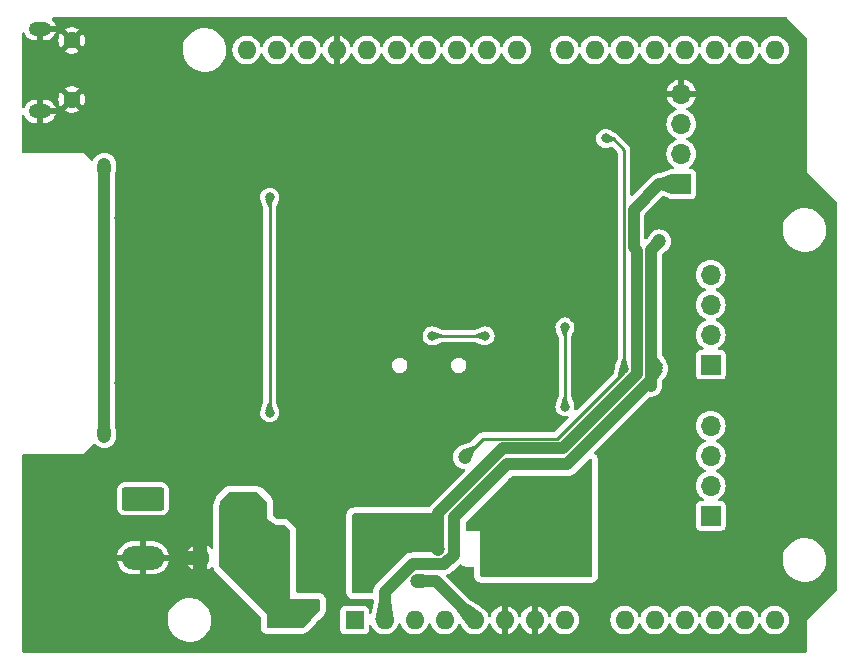
<source format=gbr>
%TF.GenerationSoftware,KiCad,Pcbnew,7.0.6*%
%TF.CreationDate,2024-01-14T11:56:24-05:00*%
%TF.ProjectId,Crystal Shield,43727973-7461-46c2-9053-6869656c642e,rev?*%
%TF.SameCoordinates,PX1312d00PY1312d00*%
%TF.FileFunction,Copper,L2,Bot*%
%TF.FilePolarity,Positive*%
%FSLAX46Y46*%
G04 Gerber Fmt 4.6, Leading zero omitted, Abs format (unit mm)*
G04 Created by KiCad (PCBNEW 7.0.6) date 2024-01-14 11:56:24*
%MOMM*%
%LPD*%
G01*
G04 APERTURE LIST*
G04 Aperture macros list*
%AMRoundRect*
0 Rectangle with rounded corners*
0 $1 Rounding radius*
0 $2 $3 $4 $5 $6 $7 $8 $9 X,Y pos of 4 corners*
0 Add a 4 corners polygon primitive as box body*
4,1,4,$2,$3,$4,$5,$6,$7,$8,$9,$2,$3,0*
0 Add four circle primitives for the rounded corners*
1,1,$1+$1,$2,$3*
1,1,$1+$1,$4,$5*
1,1,$1+$1,$6,$7*
1,1,$1+$1,$8,$9*
0 Add four rect primitives between the rounded corners*
20,1,$1+$1,$2,$3,$4,$5,0*
20,1,$1+$1,$4,$5,$6,$7,0*
20,1,$1+$1,$6,$7,$8,$9,0*
20,1,$1+$1,$8,$9,$2,$3,0*%
G04 Aperture macros list end*
%TA.AperFunction,ComponentPad*%
%ADD10R,1.700000X1.700000*%
%TD*%
%TA.AperFunction,ComponentPad*%
%ADD11O,1.700000X1.700000*%
%TD*%
%TA.AperFunction,ComponentPad*%
%ADD12R,1.600000X1.600000*%
%TD*%
%TA.AperFunction,ComponentPad*%
%ADD13C,1.600000*%
%TD*%
%TA.AperFunction,ComponentPad*%
%ADD14RoundRect,0.250000X-1.550000X0.750000X-1.550000X-0.750000X1.550000X-0.750000X1.550000X0.750000X0*%
%TD*%
%TA.AperFunction,ComponentPad*%
%ADD15O,3.600000X2.000000*%
%TD*%
%TA.AperFunction,ComponentPad*%
%ADD16O,1.900000X1.200000*%
%TD*%
%TA.AperFunction,ComponentPad*%
%ADD17C,1.450000*%
%TD*%
%TA.AperFunction,ComponentPad*%
%ADD18O,1.600000X1.600000*%
%TD*%
%TA.AperFunction,ViaPad*%
%ADD19C,0.800000*%
%TD*%
%TA.AperFunction,ViaPad*%
%ADD20C,1.200000*%
%TD*%
%TA.AperFunction,Conductor*%
%ADD21C,1.000000*%
%TD*%
%TA.AperFunction,Conductor*%
%ADD22C,0.250000*%
%TD*%
G04 APERTURE END LIST*
D10*
%TO.P,SPI1,1,Pin_1*%
%TO.N,Net-(SPI1-Pin_1)*%
X58350000Y-29440000D03*
D11*
%TO.P,SPI1,2,Pin_2*%
%TO.N,Net-(SPI1-Pin_2)*%
X58350000Y-26900000D03*
%TO.P,SPI1,3,Pin_3*%
%TO.N,Net-(SPI1-Pin_3)*%
X58350000Y-24360000D03*
%TO.P,SPI1,4,Pin_4*%
%TO.N,Net-(SPI1-Pin_4)*%
X58350000Y-21820000D03*
%TD*%
D12*
%TO.P,CB1,1*%
%TO.N,/VIN*%
X17632380Y-45790000D03*
D13*
%TO.P,CB1,2*%
%TO.N,GND*%
X15132380Y-45790000D03*
%TD*%
D10*
%TO.P,TTY1,1,Pin_1*%
%TO.N,+5V*%
X55850000Y-14140000D03*
D11*
%TO.P,TTY1,2,Pin_2*%
%TO.N,Net-(TTY1-Pin_2)*%
X55850000Y-11600000D03*
%TO.P,TTY1,3,Pin_3*%
%TO.N,Net-(D9-A)*%
X55850000Y-9060000D03*
%TO.P,TTY1,4,Pin_4*%
%TO.N,GND*%
X55850000Y-6520000D03*
%TD*%
D14*
%TO.P,V1,1,Pin_1*%
%TO.N,Net-(D3-A)*%
X10277500Y-40790000D03*
D15*
%TO.P,V1,2,Pin_2*%
%TO.N,GND*%
X10277500Y-45790000D03*
%TD*%
D10*
%TO.P,PROG1,1,Pin_1*%
%TO.N,Net-(PROG1-Pin_1)*%
X58350000Y-42240000D03*
D11*
%TO.P,PROG1,2,Pin_2*%
%TO.N,Net-(PROG1-Pin_2)*%
X58350000Y-39700000D03*
%TO.P,PROG1,3,Pin_3*%
%TO.N,Net-(PROG1-Pin_3)*%
X58350000Y-37160000D03*
%TO.P,PROG1,4,Pin_4*%
%TO.N,Net-(PROG1-Pin_4)*%
X58350000Y-34620000D03*
%TD*%
D16*
%TO.P,J1,6,Shield*%
%TO.N,GND*%
X1550000Y-990000D03*
D17*
X4250000Y-1990000D03*
X4250000Y-6990000D03*
D16*
X1550000Y-7990000D03*
%TD*%
D12*
%TO.P,A1,1,NC*%
%TO.N,unconnected-(A1-NC-Pad1)*%
X28190000Y-51050000D03*
D18*
%TO.P,A1,2,IOREF*%
%TO.N,/IOREF*%
X30730000Y-51050000D03*
%TO.P,A1,3,~{RESET}*%
%TO.N,/ARESET*%
X33270000Y-51050000D03*
%TO.P,A1,4,3V3*%
%TO.N,unconnected-(A1-3V3-Pad4)*%
X35810000Y-51050000D03*
%TO.P,A1,5,+5V*%
%TO.N,Net-(A1-+5V)*%
X38350000Y-51050000D03*
%TO.P,A1,6,GND*%
%TO.N,GND*%
X40890000Y-51050000D03*
%TO.P,A1,7,GND*%
X43430000Y-51050000D03*
%TO.P,A1,8,VIN*%
%TO.N,Net-(A1-VIN)*%
X45970000Y-51050000D03*
%TO.P,A1,9,A0*%
%TO.N,unconnected-(A1-A0-Pad9)*%
X51050000Y-51050000D03*
%TO.P,A1,10,A1*%
%TO.N,unconnected-(A1-A1-Pad10)*%
X53590000Y-51050000D03*
%TO.P,A1,11,A2*%
%TO.N,unconnected-(A1-A2-Pad11)*%
X56130000Y-51050000D03*
%TO.P,A1,12,A3*%
%TO.N,unconnected-(A1-A3-Pad12)*%
X58670000Y-51050000D03*
%TO.P,A1,13,SDA/A4*%
%TO.N,unconnected-(A1-SDA{slash}A4-Pad13)*%
X61210000Y-51050000D03*
%TO.P,A1,14,SCL/A5*%
%TO.N,unconnected-(A1-SCL{slash}A5-Pad14)*%
X63750000Y-51050000D03*
%TO.P,A1,15,D0/RX*%
%TO.N,unconnected-(A1-D0{slash}RX-Pad15)*%
X63750000Y-2790000D03*
%TO.P,A1,16,D1/TX*%
%TO.N,unconnected-(A1-D1{slash}TX-Pad16)*%
X61210000Y-2790000D03*
%TO.P,A1,17,D2*%
%TO.N,unconnected-(A1-D2-Pad17)*%
X58670000Y-2790000D03*
%TO.P,A1,18,D3*%
%TO.N,unconnected-(A1-D3-Pad18)*%
X56130000Y-2790000D03*
%TO.P,A1,19,D4*%
%TO.N,unconnected-(A1-D4-Pad19)*%
X53590000Y-2790000D03*
%TO.P,A1,20,D5*%
%TO.N,unconnected-(A1-D5-Pad20)*%
X51050000Y-2790000D03*
%TO.P,A1,21,D6*%
%TO.N,unconnected-(A1-D6-Pad21)*%
X48510000Y-2790000D03*
%TO.P,A1,22,D7*%
%TO.N,unconnected-(A1-D7-Pad22)*%
X45970000Y-2790000D03*
%TO.P,A1,23,D8*%
%TO.N,unconnected-(A1-D8-Pad23)*%
X41910000Y-2790000D03*
%TO.P,A1,24,D9*%
%TO.N,unconnected-(A1-D9-Pad24)*%
X39370000Y-2790000D03*
%TO.P,A1,25,D10*%
%TO.N,unconnected-(A1-D10-Pad25)*%
X36830000Y-2790000D03*
%TO.P,A1,26,D11*%
%TO.N,unconnected-(A1-D11-Pad26)*%
X34290000Y-2790000D03*
%TO.P,A1,27,D12*%
%TO.N,unconnected-(A1-D12-Pad27)*%
X31750000Y-2790000D03*
%TO.P,A1,28,D13*%
%TO.N,unconnected-(A1-D13-Pad28)*%
X29210000Y-2790000D03*
%TO.P,A1,29,GND*%
%TO.N,GND*%
X26670000Y-2790000D03*
%TO.P,A1,30,AREF*%
%TO.N,unconnected-(A1-AREF-Pad30)*%
X24130000Y-2790000D03*
%TO.P,A1,31,SDA/A4*%
%TO.N,unconnected-(A1-SDA{slash}A4-Pad31)*%
X21590000Y-2790000D03*
%TO.P,A1,32,SCL/A5*%
%TO.N,unconnected-(A1-SCL{slash}A5-Pad32)*%
X19050000Y-2790000D03*
%TD*%
D19*
%TO.N,+5V*%
X30000000Y-42500000D03*
D20*
X7000000Y-12500000D03*
D19*
X30000000Y-44250000D03*
X34250000Y-42750000D03*
X30750000Y-46290000D03*
D20*
X35250000Y-45040000D03*
X7000000Y-35500000D03*
D19*
X28750000Y-45250000D03*
%TO.N,GND*%
X15650000Y-24150000D03*
X16000000Y-53000000D03*
X11450000Y-21950000D03*
X22500000Y-15250000D03*
X15650000Y-21950000D03*
X23750000Y-45290000D03*
X11250000Y-9500000D03*
D20*
X35000000Y-39000000D03*
D19*
X46750000Y-25500000D03*
X54750000Y-28000000D03*
X15250000Y-13250000D03*
X12450000Y-25150000D03*
X56000000Y-36000000D03*
X13000000Y-1000000D03*
X2500000Y-10500000D03*
X14650000Y-25150000D03*
X28250000Y-32250000D03*
X52750000Y-10250000D03*
X16000000Y-40750000D03*
X11450000Y-23050000D03*
X15000000Y-35000000D03*
X11000000Y-35000000D03*
X52500000Y-41040000D03*
X24500000Y-23750000D03*
X46750000Y-12000000D03*
X21000000Y-35000000D03*
X10000000Y-13000000D03*
X26500000Y-45290000D03*
X54750000Y-21000000D03*
X65750000Y-4500000D03*
X13550000Y-25150000D03*
X46750000Y-15000000D03*
X25250000Y-51500000D03*
X37500000Y-47500000D03*
X19750000Y-17000000D03*
X19750000Y-28250000D03*
X25000000Y-45290000D03*
X68250000Y-32000000D03*
X66000000Y-49000000D03*
X8000000Y-39000000D03*
X11450000Y-24150000D03*
X27000000Y-49500000D03*
X62000000Y-17250000D03*
X14650000Y-20950000D03*
X27750000Y-29000000D03*
X67000000Y-15000000D03*
X49750000Y-41040000D03*
X50000000Y-21000000D03*
X8250000Y-17000000D03*
X7250000Y-8500000D03*
X13550000Y-20950000D03*
X8250000Y-31000000D03*
X15650000Y-23050000D03*
X54000000Y-35000000D03*
X60750000Y-32000000D03*
X12450000Y-20950000D03*
X16000000Y-49000000D03*
X18000000Y-1000000D03*
D20*
%TO.N,/IOREF*%
X53750000Y-29750000D03*
X54000000Y-19000000D03*
%TO.N,Net-(A1-+5V)*%
X33500000Y-47790000D03*
D19*
%TO.N,/GPIO10*%
X21000000Y-15250000D03*
X21000000Y-33500000D03*
X39250000Y-27000000D03*
X34750000Y-27000000D03*
%TO.N,+3.3V*%
X45500000Y-41390000D03*
X41500000Y-45390000D03*
X45500000Y-39390000D03*
X41500000Y-41390000D03*
X41500000Y-39390000D03*
X51000000Y-29790000D03*
D20*
X37500000Y-37250000D03*
D19*
X45500000Y-43390000D03*
X49450000Y-10290000D03*
X45500000Y-45390000D03*
X41500000Y-43390000D03*
%TO.N,/GPIO4*%
X46000000Y-33000000D03*
X46000000Y-26250000D03*
D20*
%TO.N,/VIN*%
X22250000Y-49750000D03*
D19*
X20750000Y-43250000D03*
X20750000Y-44250000D03*
X18750000Y-40750000D03*
%TD*%
D21*
%TO.N,+5V*%
X7000000Y-12500000D02*
X7000000Y-35500000D01*
X52100000Y-19775000D02*
X51825000Y-19500000D01*
X51825000Y-16315000D02*
X54000000Y-14140000D01*
X35250000Y-42000000D02*
X40724379Y-36525621D01*
X40724379Y-36525621D02*
X45820014Y-36525621D01*
X51825000Y-19500000D02*
X51825000Y-16315000D01*
X52100000Y-30245635D02*
X52100000Y-19775000D01*
X45820014Y-36525621D02*
X52100000Y-30245635D01*
X35250000Y-45040000D02*
X35250000Y-42000000D01*
X54000000Y-14140000D02*
X55850000Y-14140000D01*
%TO.N,/IOREF*%
X44750000Y-37848528D02*
X46194163Y-37848528D01*
X53300000Y-19700000D02*
X54000000Y-19000000D01*
X53750000Y-29750000D02*
X53300000Y-30200000D01*
X53300000Y-31250000D02*
X53300000Y-30200000D01*
X53300000Y-30742691D02*
X53300000Y-30200000D01*
X53750000Y-29750000D02*
X53300000Y-29300000D01*
X41098528Y-37848528D02*
X44750000Y-37848528D01*
X35788478Y-46340000D02*
X36598528Y-45529950D01*
X30730000Y-48721522D02*
X33111522Y-46340000D01*
X53300000Y-28750000D02*
X53300000Y-31250000D01*
X53300000Y-28750000D02*
X53300000Y-19700000D01*
X46194163Y-37848528D02*
X53300000Y-30742691D01*
X53300000Y-29300000D02*
X53300000Y-28750000D01*
X30730000Y-51050000D02*
X30730000Y-48721522D01*
X36598528Y-42348528D02*
X41098528Y-37848528D01*
X36598528Y-45529950D02*
X36598528Y-42348528D01*
X33111522Y-46340000D02*
X35788478Y-46340000D01*
%TO.N,Net-(A1-+5V)*%
X33500000Y-47790000D02*
X35090000Y-47790000D01*
X35090000Y-47790000D02*
X38350000Y-51050000D01*
D22*
%TO.N,/GPIO10*%
X21000000Y-33500000D02*
X21000000Y-15250000D01*
X39250000Y-27000000D02*
X34750000Y-27000000D01*
%TO.N,+3.3V*%
X45324684Y-35700621D02*
X39049379Y-35700621D01*
X49450000Y-10290000D02*
X50040000Y-10290000D01*
X39049379Y-35700621D02*
X37500000Y-37250000D01*
X51000000Y-30025305D02*
X45324684Y-35700621D01*
X50040000Y-10290000D02*
X51000000Y-11250000D01*
X51000000Y-29790000D02*
X51000000Y-11250000D01*
X51000000Y-29790000D02*
X51000000Y-30025305D01*
%TO.N,/GPIO4*%
X46000000Y-33000000D02*
X46000000Y-26250000D01*
%TD*%
%TA.AperFunction,Conductor*%
%TO.N,+3.3V*%
G36*
X48242121Y-37410002D02*
G01*
X48288614Y-37463658D01*
X48300000Y-37516000D01*
X48300000Y-47264000D01*
X48279998Y-47332121D01*
X48226342Y-47378614D01*
X48174000Y-47390000D01*
X38926000Y-47390000D01*
X38857879Y-47369998D01*
X38811386Y-47316342D01*
X38800000Y-47264000D01*
X38800000Y-43540000D01*
X37733028Y-43540000D01*
X37664907Y-43519998D01*
X37618414Y-43466342D01*
X37607028Y-43414000D01*
X37607028Y-42818447D01*
X37627029Y-42750330D01*
X37643927Y-42729361D01*
X41479356Y-38893933D01*
X41541669Y-38859907D01*
X41568452Y-38857028D01*
X44700453Y-38857028D01*
X46141519Y-38857028D01*
X46147698Y-38857332D01*
X46194160Y-38861908D01*
X46194163Y-38861908D01*
X46194167Y-38861908D01*
X46391855Y-38842438D01*
X46391856Y-38842437D01*
X46391864Y-38842437D01*
X46581967Y-38784769D01*
X46757167Y-38691123D01*
X46910731Y-38565096D01*
X46940374Y-38528973D01*
X46944488Y-38524435D01*
X48042019Y-37426904D01*
X48104331Y-37392879D01*
X48131114Y-37390000D01*
X48174000Y-37390000D01*
X48242121Y-37410002D01*
G37*
%TD.AperFunction*%
%TD*%
%TA.AperFunction,Conductor*%
%TO.N,/VIN*%
G36*
X20015677Y-40269685D02*
G01*
X20036319Y-40286319D01*
X20713681Y-40963681D01*
X20747166Y-41025004D01*
X20750000Y-41051362D01*
X20750000Y-42500000D01*
X21500000Y-43000000D01*
X22198638Y-43000000D01*
X22265677Y-43019685D01*
X22286319Y-43036319D01*
X22713681Y-43463681D01*
X22747166Y-43525004D01*
X22750000Y-43551362D01*
X22750000Y-49250000D01*
X25126000Y-49250000D01*
X25193039Y-49269685D01*
X25238794Y-49322489D01*
X25250000Y-49374000D01*
X25249999Y-50198637D01*
X25230314Y-50265677D01*
X25213680Y-50286318D01*
X24792361Y-50707637D01*
X24777567Y-50720273D01*
X24638746Y-50821134D01*
X24510962Y-50963053D01*
X24510961Y-50963055D01*
X24483625Y-51010400D01*
X24463920Y-51036078D01*
X23786319Y-51713681D01*
X23724996Y-51747166D01*
X23698638Y-51750000D01*
X20874000Y-51750000D01*
X20806961Y-51730315D01*
X20761206Y-51677511D01*
X20750000Y-51626000D01*
X20750000Y-50590000D01*
X20749999Y-50589999D01*
X16786319Y-46626318D01*
X16752834Y-46564995D01*
X16750000Y-46538637D01*
X16750000Y-41301185D01*
X16766612Y-41239187D01*
X16834527Y-41121556D01*
X16893542Y-40939928D01*
X16898755Y-40890323D01*
X16925338Y-40825710D01*
X16934377Y-40815622D01*
X17463681Y-40286319D01*
X17525004Y-40252834D01*
X17551362Y-40250000D01*
X19948638Y-40250000D01*
X20015677Y-40269685D01*
G37*
%TD.AperFunction*%
%TD*%
%TA.AperFunction,Conductor*%
%TO.N,+5V*%
G36*
X35193039Y-42059685D02*
G01*
X35238794Y-42112489D01*
X35250000Y-42164000D01*
X35250000Y-44040000D01*
X35466028Y-44040000D01*
X35533067Y-44059685D01*
X35578822Y-44112489D01*
X35590028Y-44164000D01*
X35590028Y-45060854D01*
X35570343Y-45127893D01*
X35553709Y-45148535D01*
X35407063Y-45295181D01*
X35345740Y-45328666D01*
X35319382Y-45331500D01*
X33164120Y-45331500D01*
X33158040Y-45331201D01*
X33111522Y-45326620D01*
X32913820Y-45346091D01*
X32863812Y-45361261D01*
X32781386Y-45386265D01*
X32733857Y-45400682D01*
X32723714Y-45403760D01*
X32548523Y-45497401D01*
X32548516Y-45497405D01*
X32394953Y-45623432D01*
X32365297Y-45659567D01*
X32361209Y-45664077D01*
X30054077Y-47971209D01*
X30049567Y-47975297D01*
X30013432Y-48004953D01*
X29887407Y-48158514D01*
X29822882Y-48279233D01*
X29793758Y-48333718D01*
X29736091Y-48523818D01*
X29720891Y-48678154D01*
X29694730Y-48742941D01*
X29637696Y-48783300D01*
X29597488Y-48790000D01*
X28124000Y-48790000D01*
X28056961Y-48770315D01*
X28011206Y-48717511D01*
X28000000Y-48666000D01*
X28000000Y-42164000D01*
X28019685Y-42096961D01*
X28072489Y-42051206D01*
X28124000Y-42040000D01*
X35126000Y-42040000D01*
X35193039Y-42059685D01*
G37*
%TD.AperFunction*%
%TD*%
%TA.AperFunction,Conductor*%
%TO.N,GND*%
G36*
X64775114Y-45185D02*
G01*
X64795755Y-61818D01*
X66478182Y-1744245D01*
X66511666Y-1805566D01*
X66514500Y-1831924D01*
X66514500Y-13170264D01*
X66512398Y-13180832D01*
X66512399Y-13199999D01*
X66512399Y-13200000D01*
X66514500Y-13205072D01*
X66520483Y-13219517D01*
X66520484Y-13219518D01*
X66534048Y-13233082D01*
X66542999Y-13239062D01*
X69018181Y-15714243D01*
X69051666Y-15775566D01*
X69054500Y-15801924D01*
X69054500Y-48448074D01*
X69034815Y-48515113D01*
X69018181Y-48535755D01*
X66542991Y-51010944D01*
X66534038Y-51016927D01*
X66520482Y-51030483D01*
X66513716Y-51046812D01*
X66513710Y-51046834D01*
X66512399Y-51049999D01*
X66512399Y-51069177D01*
X66514500Y-51079738D01*
X66514500Y-53690500D01*
X66494815Y-53757539D01*
X66442011Y-53803294D01*
X66390500Y-53814500D01*
X149500Y-53814500D01*
X82461Y-53794815D01*
X36706Y-53742011D01*
X25500Y-53690500D01*
X25500Y-51117763D01*
X12365787Y-51117763D01*
X12395413Y-51387013D01*
X12395415Y-51387024D01*
X12457892Y-51626000D01*
X12463928Y-51649088D01*
X12569870Y-51898390D01*
X12710979Y-52129605D01*
X12710986Y-52129615D01*
X12884253Y-52337819D01*
X12884259Y-52337824D01*
X13085998Y-52518582D01*
X13311910Y-52668044D01*
X13557176Y-52783020D01*
X13557183Y-52783022D01*
X13557185Y-52783023D01*
X13816557Y-52861057D01*
X13816564Y-52861058D01*
X13816569Y-52861060D01*
X14084561Y-52900500D01*
X14084566Y-52900500D01*
X14287636Y-52900500D01*
X14339133Y-52896730D01*
X14490156Y-52885677D01*
X14602758Y-52860593D01*
X14754546Y-52826782D01*
X14754548Y-52826781D01*
X14754553Y-52826780D01*
X15007558Y-52730014D01*
X15243777Y-52597441D01*
X15458177Y-52431888D01*
X15646186Y-52236881D01*
X15803799Y-52016579D01*
X15922002Y-51786673D01*
X15927649Y-51775690D01*
X15927651Y-51775684D01*
X15927656Y-51775675D01*
X16015118Y-51519305D01*
X16064319Y-51252933D01*
X16074212Y-50982235D01*
X16044586Y-50712982D01*
X15976072Y-50450912D01*
X15870130Y-50201610D01*
X15729018Y-49970390D01*
X15719451Y-49958894D01*
X15555746Y-49762180D01*
X15555740Y-49762175D01*
X15354002Y-49581418D01*
X15128092Y-49431957D01*
X15106600Y-49421882D01*
X14882824Y-49316980D01*
X14882819Y-49316978D01*
X14882814Y-49316976D01*
X14623442Y-49238942D01*
X14623428Y-49238939D01*
X14507791Y-49221921D01*
X14355439Y-49199500D01*
X14152369Y-49199500D01*
X14152364Y-49199500D01*
X13949844Y-49214323D01*
X13949831Y-49214325D01*
X13685453Y-49273217D01*
X13685446Y-49273220D01*
X13432439Y-49369987D01*
X13196226Y-49502557D01*
X12981822Y-49668112D01*
X12793822Y-49863109D01*
X12793816Y-49863116D01*
X12636202Y-50083419D01*
X12636199Y-50083424D01*
X12512350Y-50324309D01*
X12512343Y-50324327D01*
X12424884Y-50580685D01*
X12424881Y-50580699D01*
X12413984Y-50639694D01*
X12379118Y-50828462D01*
X12375681Y-50847068D01*
X12375680Y-50847075D01*
X12365787Y-51117763D01*
X25500Y-51117763D01*
X25500Y-45540000D01*
X8098082Y-45540000D01*
X9618171Y-45540000D01*
X9577500Y-45705005D01*
X9577500Y-45874995D01*
X9618171Y-46040000D01*
X8099234Y-46040000D01*
X8134025Y-46201433D01*
X8222883Y-46422562D01*
X8347833Y-46625494D01*
X8505280Y-46804389D01*
X8505286Y-46804396D01*
X8690694Y-46954102D01*
X8690704Y-46954109D01*
X8898748Y-47070331D01*
X9123447Y-47149722D01*
X9123461Y-47149726D01*
X9358332Y-47189999D01*
X9358343Y-47190000D01*
X10027500Y-47190000D01*
X10027500Y-46443837D01*
X10108749Y-46474651D01*
X10235160Y-46490000D01*
X10319840Y-46490000D01*
X10446251Y-46474651D01*
X10527500Y-46443837D01*
X10527500Y-47190000D01*
X11136978Y-47190000D01*
X11314950Y-47174852D01*
X11314953Y-47174851D01*
X11545578Y-47114802D01*
X11762741Y-47016639D01*
X11762744Y-47016637D01*
X11960188Y-46883187D01*
X11960190Y-46883185D01*
X12132236Y-46718293D01*
X12273950Y-46526683D01*
X12342865Y-46390000D01*
X14090606Y-46390000D01*
X14107749Y-46424427D01*
X14241771Y-46601900D01*
X14406119Y-46751722D01*
X14406121Y-46751724D01*
X14532379Y-46829900D01*
X15732380Y-46829900D01*
X15858638Y-46751724D01*
X15858640Y-46751722D01*
X16022988Y-46601899D01*
X16026206Y-46597639D01*
X16082313Y-46556001D01*
X16152025Y-46551308D01*
X16213208Y-46585048D01*
X16246437Y-46646511D01*
X16247565Y-46652527D01*
X16251068Y-46674146D01*
X16251068Y-46674147D01*
X16302148Y-46811095D01*
X16335629Y-46872411D01*
X16423218Y-46989415D01*
X16423229Y-46989427D01*
X20200180Y-50766378D01*
X20233665Y-50827701D01*
X20236499Y-50854059D01*
X20236499Y-51625991D01*
X20236500Y-51626008D01*
X20248235Y-51735153D01*
X20248237Y-51735163D01*
X20259443Y-51786673D01*
X20294106Y-51890820D01*
X20294109Y-51890826D01*
X20373128Y-52013781D01*
X20373134Y-52013788D01*
X20418879Y-52066581D01*
X20418882Y-52066584D01*
X20418884Y-52066586D01*
X20443997Y-52088347D01*
X20529335Y-52162294D01*
X20529341Y-52162298D01*
X20533876Y-52164369D01*
X20662287Y-52223014D01*
X20705059Y-52235573D01*
X20729321Y-52242698D01*
X20729326Y-52242699D01*
X20729330Y-52242700D01*
X20874000Y-52263500D01*
X20874003Y-52263500D01*
X23712387Y-52263500D01*
X23712391Y-52263500D01*
X23739858Y-52262028D01*
X23739866Y-52262027D01*
X23739868Y-52262027D01*
X23750252Y-52260910D01*
X23779888Y-52257723D01*
X23779888Y-52257724D01*
X23834144Y-52248932D01*
X23834146Y-52248931D01*
X23834149Y-52248931D01*
X23971091Y-52197854D01*
X24032414Y-52164369D01*
X24149419Y-52076780D01*
X24344681Y-51881517D01*
X26989500Y-51881517D01*
X26996303Y-51924469D01*
X27004354Y-51975304D01*
X27061950Y-52088342D01*
X27061952Y-52088344D01*
X27061954Y-52088347D01*
X27151652Y-52178045D01*
X27151654Y-52178046D01*
X27151658Y-52178050D01*
X27241942Y-52224052D01*
X27264698Y-52235647D01*
X27358475Y-52250499D01*
X27358481Y-52250500D01*
X29021518Y-52250499D01*
X29115304Y-52235646D01*
X29228342Y-52178050D01*
X29318050Y-52088342D01*
X29375646Y-51975304D01*
X29375646Y-51975302D01*
X29375647Y-51975301D01*
X29390499Y-51881524D01*
X29390500Y-51881519D01*
X29390499Y-51580418D01*
X29410183Y-51513382D01*
X29462987Y-51467627D01*
X29532146Y-51457683D01*
X29595701Y-51486708D01*
X29625499Y-51525149D01*
X29704938Y-51684683D01*
X29704943Y-51684691D01*
X29839020Y-51862238D01*
X30003437Y-52012123D01*
X30003439Y-52012125D01*
X30192595Y-52129245D01*
X30192596Y-52129245D01*
X30192599Y-52129247D01*
X30400060Y-52209618D01*
X30618757Y-52250500D01*
X30618759Y-52250500D01*
X30841241Y-52250500D01*
X30841243Y-52250500D01*
X31059940Y-52209618D01*
X31267401Y-52129247D01*
X31456562Y-52012124D01*
X31620981Y-51862236D01*
X31755058Y-51684689D01*
X31854229Y-51485528D01*
X31880734Y-51392371D01*
X31918013Y-51333278D01*
X31981323Y-51303721D01*
X32050562Y-51313083D01*
X32103749Y-51358393D01*
X32119266Y-51392372D01*
X32145769Y-51485523D01*
X32145775Y-51485538D01*
X32244938Y-51684683D01*
X32244943Y-51684691D01*
X32379020Y-51862238D01*
X32543437Y-52012123D01*
X32543439Y-52012125D01*
X32732595Y-52129245D01*
X32732596Y-52129245D01*
X32732599Y-52129247D01*
X32940060Y-52209618D01*
X33158757Y-52250500D01*
X33158759Y-52250500D01*
X33381241Y-52250500D01*
X33381243Y-52250500D01*
X33599940Y-52209618D01*
X33807401Y-52129247D01*
X33996562Y-52012124D01*
X34160981Y-51862236D01*
X34295058Y-51684689D01*
X34394229Y-51485528D01*
X34420734Y-51392371D01*
X34458013Y-51333278D01*
X34521323Y-51303721D01*
X34590562Y-51313083D01*
X34643749Y-51358393D01*
X34659266Y-51392372D01*
X34685769Y-51485523D01*
X34685775Y-51485538D01*
X34784938Y-51684683D01*
X34784943Y-51684691D01*
X34919020Y-51862238D01*
X35083437Y-52012123D01*
X35083439Y-52012125D01*
X35272595Y-52129245D01*
X35272596Y-52129245D01*
X35272599Y-52129247D01*
X35480060Y-52209618D01*
X35698757Y-52250500D01*
X35698759Y-52250500D01*
X35921241Y-52250500D01*
X35921243Y-52250500D01*
X36139940Y-52209618D01*
X36347401Y-52129247D01*
X36536562Y-52012124D01*
X36700981Y-51862236D01*
X36835058Y-51684689D01*
X36934229Y-51485528D01*
X36941103Y-51461367D01*
X36978379Y-51402277D01*
X37041688Y-51372718D01*
X37110928Y-51382079D01*
X37162706Y-51425282D01*
X37187399Y-51461371D01*
X37281747Y-51599265D01*
X37286077Y-51606638D01*
X37324936Y-51684679D01*
X37324943Y-51684691D01*
X37458765Y-51861900D01*
X37459019Y-51862236D01*
X37498676Y-51898389D01*
X37499544Y-51899180D01*
X37501961Y-51901506D01*
X37513991Y-51913729D01*
X37519878Y-51918413D01*
X37519638Y-51918714D01*
X37527285Y-51924469D01*
X37623437Y-52012123D01*
X37623439Y-52012125D01*
X37812595Y-52129245D01*
X37812596Y-52129245D01*
X37812599Y-52129247D01*
X38020060Y-52209618D01*
X38238757Y-52250500D01*
X38238759Y-52250500D01*
X38461241Y-52250500D01*
X38461243Y-52250500D01*
X38679940Y-52209618D01*
X38887401Y-52129247D01*
X39076562Y-52012124D01*
X39240981Y-51862236D01*
X39375058Y-51684689D01*
X39474229Y-51485528D01*
X39500995Y-51391455D01*
X39538272Y-51332367D01*
X39601581Y-51302809D01*
X39670821Y-51312171D01*
X39724007Y-51357480D01*
X39739525Y-51391460D01*
X39766236Y-51485342D01*
X39766239Y-51485348D01*
X39865368Y-51684425D01*
X39999391Y-51861900D01*
X40163738Y-52011721D01*
X40352820Y-52128797D01*
X40352822Y-52128798D01*
X40560195Y-52209135D01*
X40640000Y-52224052D01*
X40640000Y-51485501D01*
X40747685Y-51534680D01*
X40854237Y-51550000D01*
X40925763Y-51550000D01*
X41032315Y-51534680D01*
X41140000Y-51485501D01*
X41140000Y-52224052D01*
X41219804Y-52209135D01*
X41427177Y-52128798D01*
X41427179Y-52128797D01*
X41616261Y-52011721D01*
X41780608Y-51861900D01*
X41914631Y-51684425D01*
X42013760Y-51485349D01*
X42040733Y-51390548D01*
X42078012Y-51331454D01*
X42141322Y-51301896D01*
X42210561Y-51311258D01*
X42263748Y-51356567D01*
X42279267Y-51390548D01*
X42306239Y-51485349D01*
X42405368Y-51684425D01*
X42539391Y-51861900D01*
X42703738Y-52011721D01*
X42892820Y-52128797D01*
X42892822Y-52128798D01*
X43100195Y-52209135D01*
X43180000Y-52224052D01*
X43180000Y-51485501D01*
X43287685Y-51534680D01*
X43394237Y-51550000D01*
X43465763Y-51550000D01*
X43572315Y-51534680D01*
X43680000Y-51485501D01*
X43680000Y-52224052D01*
X43759804Y-52209135D01*
X43967177Y-52128798D01*
X43967179Y-52128797D01*
X44156261Y-52011721D01*
X44320608Y-51861900D01*
X44454631Y-51684425D01*
X44553760Y-51485349D01*
X44580473Y-51391461D01*
X44617752Y-51332367D01*
X44681061Y-51302809D01*
X44750301Y-51312170D01*
X44803488Y-51357480D01*
X44819006Y-51391459D01*
X44845770Y-51485525D01*
X44845775Y-51485538D01*
X44944938Y-51684683D01*
X44944943Y-51684691D01*
X45079020Y-51862238D01*
X45243437Y-52012123D01*
X45243439Y-52012125D01*
X45432595Y-52129245D01*
X45432596Y-52129245D01*
X45432599Y-52129247D01*
X45640060Y-52209618D01*
X45858757Y-52250500D01*
X45858759Y-52250500D01*
X46081241Y-52250500D01*
X46081243Y-52250500D01*
X46299940Y-52209618D01*
X46507401Y-52129247D01*
X46696562Y-52012124D01*
X46860981Y-51862236D01*
X46995058Y-51684689D01*
X47094229Y-51485528D01*
X47155115Y-51271536D01*
X47175643Y-51050000D01*
X49844357Y-51050000D01*
X49864884Y-51271535D01*
X49864885Y-51271537D01*
X49925769Y-51485523D01*
X49925775Y-51485538D01*
X50024938Y-51684683D01*
X50024943Y-51684691D01*
X50159020Y-51862238D01*
X50323437Y-52012123D01*
X50323439Y-52012125D01*
X50512595Y-52129245D01*
X50512596Y-52129245D01*
X50512599Y-52129247D01*
X50720060Y-52209618D01*
X50938757Y-52250500D01*
X50938759Y-52250500D01*
X51161241Y-52250500D01*
X51161243Y-52250500D01*
X51379940Y-52209618D01*
X51587401Y-52129247D01*
X51776562Y-52012124D01*
X51940981Y-51862236D01*
X52075058Y-51684689D01*
X52174229Y-51485528D01*
X52200734Y-51392371D01*
X52238013Y-51333278D01*
X52301323Y-51303721D01*
X52370562Y-51313083D01*
X52423749Y-51358393D01*
X52439266Y-51392372D01*
X52465769Y-51485523D01*
X52465775Y-51485538D01*
X52564938Y-51684683D01*
X52564943Y-51684691D01*
X52699020Y-51862238D01*
X52863437Y-52012123D01*
X52863439Y-52012125D01*
X53052595Y-52129245D01*
X53052596Y-52129245D01*
X53052599Y-52129247D01*
X53260060Y-52209618D01*
X53478757Y-52250500D01*
X53478759Y-52250500D01*
X53701241Y-52250500D01*
X53701243Y-52250500D01*
X53919940Y-52209618D01*
X54127401Y-52129247D01*
X54316562Y-52012124D01*
X54480981Y-51862236D01*
X54615058Y-51684689D01*
X54714229Y-51485528D01*
X54740734Y-51392371D01*
X54778013Y-51333278D01*
X54841323Y-51303721D01*
X54910562Y-51313083D01*
X54963749Y-51358393D01*
X54979266Y-51392372D01*
X55005769Y-51485523D01*
X55005775Y-51485538D01*
X55104938Y-51684683D01*
X55104943Y-51684691D01*
X55239020Y-51862238D01*
X55403437Y-52012123D01*
X55403439Y-52012125D01*
X55592595Y-52129245D01*
X55592596Y-52129245D01*
X55592599Y-52129247D01*
X55800060Y-52209618D01*
X56018757Y-52250500D01*
X56018759Y-52250500D01*
X56241241Y-52250500D01*
X56241243Y-52250500D01*
X56459940Y-52209618D01*
X56667401Y-52129247D01*
X56856562Y-52012124D01*
X57020981Y-51862236D01*
X57155058Y-51684689D01*
X57254229Y-51485528D01*
X57280734Y-51392371D01*
X57318013Y-51333278D01*
X57381323Y-51303721D01*
X57450562Y-51313083D01*
X57503749Y-51358393D01*
X57519266Y-51392372D01*
X57545769Y-51485523D01*
X57545775Y-51485538D01*
X57644938Y-51684683D01*
X57644943Y-51684691D01*
X57779020Y-51862238D01*
X57943437Y-52012123D01*
X57943439Y-52012125D01*
X58132595Y-52129245D01*
X58132596Y-52129245D01*
X58132599Y-52129247D01*
X58340060Y-52209618D01*
X58558757Y-52250500D01*
X58558759Y-52250500D01*
X58781241Y-52250500D01*
X58781243Y-52250500D01*
X58999940Y-52209618D01*
X59207401Y-52129247D01*
X59396562Y-52012124D01*
X59560981Y-51862236D01*
X59695058Y-51684689D01*
X59794229Y-51485528D01*
X59820734Y-51392371D01*
X59858013Y-51333278D01*
X59921323Y-51303721D01*
X59990562Y-51313083D01*
X60043749Y-51358393D01*
X60059266Y-51392372D01*
X60085769Y-51485523D01*
X60085775Y-51485538D01*
X60184938Y-51684683D01*
X60184943Y-51684691D01*
X60319020Y-51862238D01*
X60483437Y-52012123D01*
X60483439Y-52012125D01*
X60672595Y-52129245D01*
X60672596Y-52129245D01*
X60672599Y-52129247D01*
X60880060Y-52209618D01*
X61098757Y-52250500D01*
X61098759Y-52250500D01*
X61321241Y-52250500D01*
X61321243Y-52250500D01*
X61539940Y-52209618D01*
X61747401Y-52129247D01*
X61936562Y-52012124D01*
X62100981Y-51862236D01*
X62235058Y-51684689D01*
X62334229Y-51485528D01*
X62360734Y-51392371D01*
X62398013Y-51333278D01*
X62461323Y-51303721D01*
X62530562Y-51313083D01*
X62583749Y-51358393D01*
X62599266Y-51392372D01*
X62625769Y-51485523D01*
X62625775Y-51485538D01*
X62724938Y-51684683D01*
X62724943Y-51684691D01*
X62859020Y-51862238D01*
X63023437Y-52012123D01*
X63023439Y-52012125D01*
X63212595Y-52129245D01*
X63212596Y-52129245D01*
X63212599Y-52129247D01*
X63420060Y-52209618D01*
X63638757Y-52250500D01*
X63638759Y-52250500D01*
X63861241Y-52250500D01*
X63861243Y-52250500D01*
X64079940Y-52209618D01*
X64287401Y-52129247D01*
X64476562Y-52012124D01*
X64640981Y-51862236D01*
X64775058Y-51684689D01*
X64874229Y-51485528D01*
X64935115Y-51271536D01*
X64955643Y-51050000D01*
X64954304Y-51035555D01*
X64935115Y-50828464D01*
X64935114Y-50828462D01*
X64934897Y-50827701D01*
X64874229Y-50614472D01*
X64860995Y-50587894D01*
X64775061Y-50415316D01*
X64775056Y-50415308D01*
X64640979Y-50237761D01*
X64476562Y-50087876D01*
X64476560Y-50087874D01*
X64287404Y-49970754D01*
X64287398Y-49970752D01*
X64286464Y-49970390D01*
X64079940Y-49890382D01*
X63861243Y-49849500D01*
X63638757Y-49849500D01*
X63420060Y-49890382D01*
X63288864Y-49941207D01*
X63212601Y-49970752D01*
X63212595Y-49970754D01*
X63023439Y-50087874D01*
X63023437Y-50087876D01*
X62859020Y-50237761D01*
X62724943Y-50415308D01*
X62724938Y-50415316D01*
X62625775Y-50614461D01*
X62625769Y-50614476D01*
X62599266Y-50707627D01*
X62561987Y-50766721D01*
X62498677Y-50796278D01*
X62429438Y-50786916D01*
X62376251Y-50741606D01*
X62360734Y-50707627D01*
X62334230Y-50614476D01*
X62334229Y-50614472D01*
X62320995Y-50587894D01*
X62235061Y-50415316D01*
X62235056Y-50415308D01*
X62100979Y-50237761D01*
X61936562Y-50087876D01*
X61936560Y-50087874D01*
X61747404Y-49970754D01*
X61747398Y-49970752D01*
X61746464Y-49970390D01*
X61539940Y-49890382D01*
X61321243Y-49849500D01*
X61098757Y-49849500D01*
X60880060Y-49890382D01*
X60748864Y-49941207D01*
X60672601Y-49970752D01*
X60672595Y-49970754D01*
X60483439Y-50087874D01*
X60483437Y-50087876D01*
X60319020Y-50237761D01*
X60184943Y-50415308D01*
X60184938Y-50415316D01*
X60085775Y-50614461D01*
X60085769Y-50614476D01*
X60059266Y-50707627D01*
X60021987Y-50766721D01*
X59958677Y-50796278D01*
X59889438Y-50786916D01*
X59836251Y-50741606D01*
X59820734Y-50707627D01*
X59794230Y-50614476D01*
X59794229Y-50614472D01*
X59780995Y-50587894D01*
X59695061Y-50415316D01*
X59695056Y-50415308D01*
X59560979Y-50237761D01*
X59396562Y-50087876D01*
X59396560Y-50087874D01*
X59207404Y-49970754D01*
X59207398Y-49970752D01*
X59206464Y-49970390D01*
X58999940Y-49890382D01*
X58781243Y-49849500D01*
X58558757Y-49849500D01*
X58340060Y-49890382D01*
X58208864Y-49941207D01*
X58132601Y-49970752D01*
X58132595Y-49970754D01*
X57943439Y-50087874D01*
X57943437Y-50087876D01*
X57779020Y-50237761D01*
X57644943Y-50415308D01*
X57644938Y-50415316D01*
X57545775Y-50614461D01*
X57545769Y-50614476D01*
X57519266Y-50707627D01*
X57481987Y-50766721D01*
X57418677Y-50796278D01*
X57349438Y-50786916D01*
X57296251Y-50741606D01*
X57280734Y-50707627D01*
X57254230Y-50614476D01*
X57254229Y-50614472D01*
X57240995Y-50587894D01*
X57155061Y-50415316D01*
X57155056Y-50415308D01*
X57020979Y-50237761D01*
X56856562Y-50087876D01*
X56856560Y-50087874D01*
X56667404Y-49970754D01*
X56667398Y-49970752D01*
X56666464Y-49970390D01*
X56459940Y-49890382D01*
X56241243Y-49849500D01*
X56018757Y-49849500D01*
X55800060Y-49890382D01*
X55668864Y-49941207D01*
X55592601Y-49970752D01*
X55592595Y-49970754D01*
X55403439Y-50087874D01*
X55403437Y-50087876D01*
X55239020Y-50237761D01*
X55104943Y-50415308D01*
X55104938Y-50415316D01*
X55005775Y-50614461D01*
X55005769Y-50614476D01*
X54979266Y-50707627D01*
X54941987Y-50766721D01*
X54878677Y-50796278D01*
X54809438Y-50786916D01*
X54756251Y-50741606D01*
X54740734Y-50707627D01*
X54714230Y-50614476D01*
X54714229Y-50614472D01*
X54700995Y-50587894D01*
X54615061Y-50415316D01*
X54615056Y-50415308D01*
X54480979Y-50237761D01*
X54316562Y-50087876D01*
X54316560Y-50087874D01*
X54127404Y-49970754D01*
X54127398Y-49970752D01*
X54126464Y-49970390D01*
X53919940Y-49890382D01*
X53701243Y-49849500D01*
X53478757Y-49849500D01*
X53260060Y-49890382D01*
X53128864Y-49941207D01*
X53052601Y-49970752D01*
X53052595Y-49970754D01*
X52863439Y-50087874D01*
X52863437Y-50087876D01*
X52699020Y-50237761D01*
X52564943Y-50415308D01*
X52564938Y-50415316D01*
X52465775Y-50614461D01*
X52465769Y-50614476D01*
X52439266Y-50707627D01*
X52401987Y-50766721D01*
X52338677Y-50796278D01*
X52269438Y-50786916D01*
X52216251Y-50741606D01*
X52200734Y-50707627D01*
X52174230Y-50614476D01*
X52174229Y-50614472D01*
X52160995Y-50587894D01*
X52075061Y-50415316D01*
X52075056Y-50415308D01*
X51940979Y-50237761D01*
X51776562Y-50087876D01*
X51776560Y-50087874D01*
X51587404Y-49970754D01*
X51587398Y-49970752D01*
X51586464Y-49970390D01*
X51379940Y-49890382D01*
X51161243Y-49849500D01*
X50938757Y-49849500D01*
X50720060Y-49890382D01*
X50588864Y-49941207D01*
X50512601Y-49970752D01*
X50512595Y-49970754D01*
X50323439Y-50087874D01*
X50323437Y-50087876D01*
X50159020Y-50237761D01*
X50024943Y-50415308D01*
X50024938Y-50415316D01*
X49925775Y-50614461D01*
X49925769Y-50614476D01*
X49864885Y-50828462D01*
X49864884Y-50828464D01*
X49844357Y-51049999D01*
X49844357Y-51050000D01*
X47175643Y-51050000D01*
X47174304Y-51035555D01*
X47155115Y-50828464D01*
X47155114Y-50828462D01*
X47154897Y-50827701D01*
X47094229Y-50614472D01*
X47080995Y-50587894D01*
X46995061Y-50415316D01*
X46995056Y-50415308D01*
X46860979Y-50237761D01*
X46696562Y-50087876D01*
X46696560Y-50087874D01*
X46507404Y-49970754D01*
X46507398Y-49970752D01*
X46506464Y-49970390D01*
X46299940Y-49890382D01*
X46081243Y-49849500D01*
X45858757Y-49849500D01*
X45640060Y-49890382D01*
X45508864Y-49941207D01*
X45432601Y-49970752D01*
X45432595Y-49970754D01*
X45243439Y-50087874D01*
X45243437Y-50087876D01*
X45079020Y-50237761D01*
X44944943Y-50415308D01*
X44944938Y-50415316D01*
X44845775Y-50614461D01*
X44845770Y-50614474D01*
X44819006Y-50708540D01*
X44781726Y-50767633D01*
X44718417Y-50797190D01*
X44649177Y-50787828D01*
X44595991Y-50742518D01*
X44580473Y-50708538D01*
X44553760Y-50614650D01*
X44454631Y-50415574D01*
X44320608Y-50238099D01*
X44156261Y-50088278D01*
X43967179Y-49971202D01*
X43967177Y-49971201D01*
X43759799Y-49890864D01*
X43680000Y-49875946D01*
X43680000Y-50614498D01*
X43572315Y-50565320D01*
X43465763Y-50550000D01*
X43394237Y-50550000D01*
X43287685Y-50565320D01*
X43180000Y-50614498D01*
X43180000Y-49875946D01*
X43100200Y-49890864D01*
X42892822Y-49971201D01*
X42892820Y-49971202D01*
X42703738Y-50088278D01*
X42539391Y-50238099D01*
X42405368Y-50415574D01*
X42306239Y-50614651D01*
X42306237Y-50614655D01*
X42279265Y-50709453D01*
X42241986Y-50768546D01*
X42178676Y-50798103D01*
X42109436Y-50788741D01*
X42056250Y-50743431D01*
X42040732Y-50709451D01*
X42013760Y-50614650D01*
X41914631Y-50415574D01*
X41780608Y-50238099D01*
X41616261Y-50088278D01*
X41427179Y-49971202D01*
X41427177Y-49971201D01*
X41219799Y-49890864D01*
X41140000Y-49875946D01*
X41140000Y-50614498D01*
X41032315Y-50565320D01*
X40925763Y-50550000D01*
X40854237Y-50550000D01*
X40747685Y-50565320D01*
X40640000Y-50614498D01*
X40640000Y-49875946D01*
X40560200Y-49890864D01*
X40352822Y-49971201D01*
X40352820Y-49971202D01*
X40163738Y-50088278D01*
X39999391Y-50238099D01*
X39865368Y-50415574D01*
X39766239Y-50614651D01*
X39766237Y-50614655D01*
X39739525Y-50708540D01*
X39702246Y-50767633D01*
X39638936Y-50797190D01*
X39569697Y-50787828D01*
X39516510Y-50742518D01*
X39500994Y-50708541D01*
X39474229Y-50614472D01*
X39460995Y-50587894D01*
X39375061Y-50415316D01*
X39375056Y-50415308D01*
X39240979Y-50237761D01*
X39076562Y-50087876D01*
X39076560Y-50087874D01*
X38887408Y-49970757D01*
X38887405Y-49970755D01*
X38887401Y-49970753D01*
X38887396Y-49970751D01*
X38882273Y-49968200D01*
X38882533Y-49967677D01*
X38865864Y-49958894D01*
X37819386Y-49242884D01*
X37801726Y-49228227D01*
X35985800Y-47412301D01*
X35952315Y-47350978D01*
X35957299Y-47281286D01*
X35999171Y-47225353D01*
X36035148Y-47206693D01*
X36042807Y-47204205D01*
X36045850Y-47203303D01*
X36112966Y-47185320D01*
X36125454Y-47178956D01*
X36143428Y-47171510D01*
X36156762Y-47167179D01*
X36216954Y-47132425D01*
X36219700Y-47130934D01*
X36281627Y-47099383D01*
X36292509Y-47090569D01*
X36308561Y-47079537D01*
X36320694Y-47072533D01*
X36372325Y-47026043D01*
X36374738Y-47023982D01*
X36391858Y-47010119D01*
X36407407Y-46994568D01*
X36409748Y-46992347D01*
X36461366Y-46945871D01*
X36469608Y-46934525D01*
X36482238Y-46919737D01*
X37040069Y-46361907D01*
X37101388Y-46328425D01*
X37171080Y-46333409D01*
X37208950Y-46355879D01*
X37209762Y-46356582D01*
X37209765Y-46356586D01*
X37320220Y-46452297D01*
X37453168Y-46513014D01*
X37495940Y-46525573D01*
X37520202Y-46532698D01*
X37520207Y-46532699D01*
X37520211Y-46532700D01*
X37664881Y-46553500D01*
X37664884Y-46553500D01*
X38125990Y-46553500D01*
X38126000Y-46553500D01*
X38149244Y-46551000D01*
X38217999Y-46563403D01*
X38269138Y-46611012D01*
X38286499Y-46674289D01*
X38286499Y-47263999D01*
X38286500Y-47264002D01*
X38298234Y-47373150D01*
X38309620Y-47425492D01*
X38344288Y-47529653D01*
X38344289Y-47529655D01*
X38344290Y-47529657D01*
X38395758Y-47609743D01*
X38423310Y-47652615D01*
X38423313Y-47652618D01*
X38468705Y-47705004D01*
X38469601Y-47706096D01*
X38580256Y-47801979D01*
X38580259Y-47801980D01*
X38580261Y-47801982D01*
X38713210Y-47862698D01*
X38781331Y-47882700D01*
X38926000Y-47903500D01*
X38926003Y-47903500D01*
X48174000Y-47903500D01*
X48283149Y-47891766D01*
X48335491Y-47880380D01*
X48439657Y-47845710D01*
X48562612Y-47766692D01*
X48615035Y-47721267D01*
X48616101Y-47720393D01*
X48711979Y-47609743D01*
X48711979Y-47609741D01*
X48711982Y-47609739D01*
X48772698Y-47476790D01*
X48792700Y-47408669D01*
X48813500Y-47264000D01*
X48813500Y-46037763D01*
X64435787Y-46037763D01*
X64465413Y-46307013D01*
X64465415Y-46307024D01*
X64533926Y-46569082D01*
X64533928Y-46569088D01*
X64639870Y-46818390D01*
X64756881Y-47010119D01*
X64780979Y-47049605D01*
X64780986Y-47049615D01*
X64954253Y-47257819D01*
X64954259Y-47257824D01*
X65058226Y-47350978D01*
X65155998Y-47438582D01*
X65381910Y-47588044D01*
X65627176Y-47703020D01*
X65627183Y-47703022D01*
X65627185Y-47703023D01*
X65886557Y-47781057D01*
X65886564Y-47781058D01*
X65886569Y-47781060D01*
X66154561Y-47820500D01*
X66154566Y-47820500D01*
X66357636Y-47820500D01*
X66409133Y-47816730D01*
X66560156Y-47805677D01*
X66672758Y-47780593D01*
X66824546Y-47746782D01*
X66824548Y-47746781D01*
X66824553Y-47746780D01*
X67077558Y-47650014D01*
X67313777Y-47517441D01*
X67528177Y-47351888D01*
X67716186Y-47156881D01*
X67873799Y-46936579D01*
X67947787Y-46792669D01*
X67997649Y-46695690D01*
X67997651Y-46695684D01*
X67997656Y-46695675D01*
X68085118Y-46439305D01*
X68134319Y-46172933D01*
X68144212Y-45902235D01*
X68114586Y-45632982D01*
X68046072Y-45370912D01*
X67940130Y-45121610D01*
X67799018Y-44890390D01*
X67709747Y-44783119D01*
X67625746Y-44682180D01*
X67625740Y-44682175D01*
X67424002Y-44501418D01*
X67198092Y-44351957D01*
X67198090Y-44351956D01*
X66952824Y-44236980D01*
X66952819Y-44236978D01*
X66952814Y-44236976D01*
X66693442Y-44158942D01*
X66693428Y-44158939D01*
X66577791Y-44141921D01*
X66425439Y-44119500D01*
X66222369Y-44119500D01*
X66222364Y-44119500D01*
X66019844Y-44134323D01*
X66019831Y-44134325D01*
X65755453Y-44193217D01*
X65755446Y-44193220D01*
X65502439Y-44289987D01*
X65266226Y-44422557D01*
X65051822Y-44588112D01*
X64863822Y-44783109D01*
X64863816Y-44783116D01*
X64706202Y-45003419D01*
X64706199Y-45003424D01*
X64582350Y-45244309D01*
X64582343Y-45244327D01*
X64494884Y-45500685D01*
X64494881Y-45500699D01*
X64445681Y-45767068D01*
X64445680Y-45767075D01*
X64435787Y-46037763D01*
X48813500Y-46037763D01*
X48813500Y-39700002D01*
X57094723Y-39700002D01*
X57098422Y-39742277D01*
X57109582Y-39869849D01*
X57113793Y-39917975D01*
X57113793Y-39917979D01*
X57170422Y-40129322D01*
X57170424Y-40129326D01*
X57170425Y-40129330D01*
X57216661Y-40228484D01*
X57262897Y-40327638D01*
X57262898Y-40327639D01*
X57388402Y-40506877D01*
X57543123Y-40661598D01*
X57689263Y-40763926D01*
X57732887Y-40818502D01*
X57740081Y-40888000D01*
X57708558Y-40950355D01*
X57648328Y-40985769D01*
X57618140Y-40989500D01*
X57468482Y-40989500D01*
X57387519Y-41002323D01*
X57374696Y-41004354D01*
X57261658Y-41061950D01*
X57261657Y-41061951D01*
X57261652Y-41061954D01*
X57171954Y-41151652D01*
X57171951Y-41151657D01*
X57114352Y-41264698D01*
X57099500Y-41358475D01*
X57099500Y-43121517D01*
X57110292Y-43189657D01*
X57114354Y-43215304D01*
X57171950Y-43328342D01*
X57171952Y-43328344D01*
X57171954Y-43328347D01*
X57261652Y-43418045D01*
X57261654Y-43418046D01*
X57261658Y-43418050D01*
X57363829Y-43470109D01*
X57374698Y-43475647D01*
X57468475Y-43490499D01*
X57468481Y-43490500D01*
X59231518Y-43490499D01*
X59325304Y-43475646D01*
X59438342Y-43418050D01*
X59528050Y-43328342D01*
X59585646Y-43215304D01*
X59585646Y-43215302D01*
X59585647Y-43215301D01*
X59600499Y-43121524D01*
X59600500Y-43121519D01*
X59600499Y-41358482D01*
X59585646Y-41264696D01*
X59528050Y-41151658D01*
X59528046Y-41151654D01*
X59528045Y-41151652D01*
X59438347Y-41061954D01*
X59438344Y-41061952D01*
X59438342Y-41061950D01*
X59336664Y-41010142D01*
X59325301Y-41004352D01*
X59231524Y-40989500D01*
X59081862Y-40989500D01*
X59014823Y-40969815D01*
X58969068Y-40917011D01*
X58959124Y-40847853D01*
X58988149Y-40784297D01*
X59010734Y-40763928D01*
X59156877Y-40661598D01*
X59311598Y-40506877D01*
X59437102Y-40327639D01*
X59529575Y-40129330D01*
X59586207Y-39917977D01*
X59605277Y-39700000D01*
X59586207Y-39482023D01*
X59529575Y-39270670D01*
X59437102Y-39072362D01*
X59437100Y-39072359D01*
X59437099Y-39072357D01*
X59311599Y-38893124D01*
X59311596Y-38893121D01*
X59156877Y-38738402D01*
X58977639Y-38612898D01*
X58826414Y-38542381D01*
X58773977Y-38496210D01*
X58754825Y-38429016D01*
X58775041Y-38362135D01*
X58826414Y-38317618D01*
X58977639Y-38247102D01*
X59156877Y-38121598D01*
X59311598Y-37966877D01*
X59437102Y-37787639D01*
X59529575Y-37589330D01*
X59586207Y-37377977D01*
X59605277Y-37160000D01*
X59602127Y-37124000D01*
X59600550Y-37105970D01*
X59586207Y-36942023D01*
X59529575Y-36730670D01*
X59437102Y-36532362D01*
X59437100Y-36532359D01*
X59437099Y-36532357D01*
X59311599Y-36353124D01*
X59257085Y-36298610D01*
X59156877Y-36198402D01*
X58977639Y-36072898D01*
X58826414Y-36002381D01*
X58773977Y-35956210D01*
X58754825Y-35889016D01*
X58775041Y-35822135D01*
X58826414Y-35777618D01*
X58977639Y-35707102D01*
X59156877Y-35581598D01*
X59311598Y-35426877D01*
X59437102Y-35247639D01*
X59529575Y-35049330D01*
X59586207Y-34837977D01*
X59605277Y-34620000D01*
X59586207Y-34402023D01*
X59529575Y-34190670D01*
X59437102Y-33992362D01*
X59437100Y-33992359D01*
X59437099Y-33992357D01*
X59311599Y-33813124D01*
X59283202Y-33784727D01*
X59156877Y-33658402D01*
X58977639Y-33532898D01*
X58977640Y-33532898D01*
X58977638Y-33532897D01*
X58878484Y-33486661D01*
X58779330Y-33440425D01*
X58779326Y-33440424D01*
X58779322Y-33440422D01*
X58567977Y-33383793D01*
X58350002Y-33364723D01*
X58349998Y-33364723D01*
X58204681Y-33377436D01*
X58132023Y-33383793D01*
X58132020Y-33383793D01*
X57920677Y-33440422D01*
X57920668Y-33440426D01*
X57722361Y-33532898D01*
X57722357Y-33532900D01*
X57543121Y-33658402D01*
X57388402Y-33813121D01*
X57262900Y-33992357D01*
X57262898Y-33992361D01*
X57170426Y-34190668D01*
X57170422Y-34190677D01*
X57113793Y-34402020D01*
X57113793Y-34402024D01*
X57094723Y-34619997D01*
X57094723Y-34620002D01*
X57113793Y-34837975D01*
X57113793Y-34837979D01*
X57170422Y-35049322D01*
X57170424Y-35049326D01*
X57170425Y-35049330D01*
X57216661Y-35148484D01*
X57262897Y-35247638D01*
X57262898Y-35247639D01*
X57388402Y-35426877D01*
X57543123Y-35581598D01*
X57706690Y-35696129D01*
X57722361Y-35707102D01*
X57873583Y-35777618D01*
X57926022Y-35823790D01*
X57945174Y-35890984D01*
X57924958Y-35957865D01*
X57873583Y-36002382D01*
X57722361Y-36072898D01*
X57722357Y-36072900D01*
X57543121Y-36198402D01*
X57388402Y-36353121D01*
X57262900Y-36532357D01*
X57262898Y-36532361D01*
X57170426Y-36730668D01*
X57170422Y-36730677D01*
X57113793Y-36942020D01*
X57113793Y-36942024D01*
X57094723Y-37159997D01*
X57094723Y-37160002D01*
X57113793Y-37377975D01*
X57113793Y-37377979D01*
X57170422Y-37589322D01*
X57170424Y-37589326D01*
X57170425Y-37589330D01*
X57191594Y-37634727D01*
X57262897Y-37787638D01*
X57262898Y-37787639D01*
X57388402Y-37966877D01*
X57543123Y-38121598D01*
X57678963Y-38216714D01*
X57722361Y-38247102D01*
X57873583Y-38317618D01*
X57926022Y-38363790D01*
X57945174Y-38430984D01*
X57924958Y-38497865D01*
X57873583Y-38542382D01*
X57722361Y-38612898D01*
X57722357Y-38612900D01*
X57543121Y-38738402D01*
X57388402Y-38893121D01*
X57262900Y-39072357D01*
X57262898Y-39072361D01*
X57170426Y-39270668D01*
X57170422Y-39270677D01*
X57113793Y-39482020D01*
X57113793Y-39482024D01*
X57094723Y-39699997D01*
X57094723Y-39700002D01*
X48813500Y-39700002D01*
X48813500Y-37516000D01*
X48801766Y-37406851D01*
X48790380Y-37354509D01*
X48755710Y-37250343D01*
X48676692Y-37127388D01*
X48631285Y-37074986D01*
X48630394Y-37073900D01*
X48523117Y-36980944D01*
X48485342Y-36922166D01*
X48485342Y-36852297D01*
X48516636Y-36799552D01*
X53129370Y-32186818D01*
X53190693Y-32153334D01*
X53217051Y-32150500D01*
X53394644Y-32150500D01*
X53394646Y-32150500D01*
X53579803Y-32111144D01*
X53752730Y-32034151D01*
X53905871Y-31922888D01*
X54032533Y-31782216D01*
X54127179Y-31618284D01*
X54185674Y-31438256D01*
X54200500Y-31297192D01*
X54200500Y-30926975D01*
X54220185Y-30859936D01*
X54220187Y-30859932D01*
X54532988Y-30373671D01*
X54537192Y-30367898D01*
X54585910Y-30308538D01*
X54638903Y-30209393D01*
X54641423Y-30205106D01*
X54642676Y-30203160D01*
X54651756Y-30187562D01*
X54656906Y-30177733D01*
X54659840Y-30170774D01*
X54662290Y-30165639D01*
X54678814Y-30134727D01*
X54736024Y-29946132D01*
X54755341Y-29750000D01*
X54736024Y-29553868D01*
X54678814Y-29365273D01*
X54678811Y-29365269D01*
X54678811Y-29365266D01*
X54585913Y-29191467D01*
X54585909Y-29191460D01*
X54527485Y-29120271D01*
X54523536Y-29114893D01*
X54220753Y-28652374D01*
X54200504Y-28585503D01*
X54200500Y-28584458D01*
X54200500Y-26900000D01*
X57094723Y-26900000D01*
X57113630Y-27116118D01*
X57113793Y-27117975D01*
X57113793Y-27117979D01*
X57170422Y-27329322D01*
X57170424Y-27329326D01*
X57170425Y-27329330D01*
X57216661Y-27428484D01*
X57262897Y-27527638D01*
X57287998Y-27563486D01*
X57388402Y-27706877D01*
X57543123Y-27861598D01*
X57689263Y-27963926D01*
X57732887Y-28018502D01*
X57740081Y-28088000D01*
X57708558Y-28150355D01*
X57648328Y-28185769D01*
X57618140Y-28189500D01*
X57468482Y-28189500D01*
X57387519Y-28202323D01*
X57374696Y-28204354D01*
X57261658Y-28261950D01*
X57261657Y-28261951D01*
X57261652Y-28261954D01*
X57171954Y-28351652D01*
X57171951Y-28351657D01*
X57114352Y-28464698D01*
X57099500Y-28558475D01*
X57099500Y-30321517D01*
X57107284Y-30370664D01*
X57114354Y-30415304D01*
X57171950Y-30528342D01*
X57171952Y-30528344D01*
X57171954Y-30528347D01*
X57261652Y-30618045D01*
X57261654Y-30618046D01*
X57261658Y-30618050D01*
X57374694Y-30675645D01*
X57374698Y-30675647D01*
X57468475Y-30690499D01*
X57468481Y-30690500D01*
X59231518Y-30690499D01*
X59325304Y-30675646D01*
X59438342Y-30618050D01*
X59528050Y-30528342D01*
X59585646Y-30415304D01*
X59585646Y-30415302D01*
X59585647Y-30415301D01*
X59600499Y-30321524D01*
X59600500Y-30321519D01*
X59600499Y-28558482D01*
X59585646Y-28464696D01*
X59528050Y-28351658D01*
X59528046Y-28351654D01*
X59528045Y-28351652D01*
X59438347Y-28261954D01*
X59438344Y-28261952D01*
X59438342Y-28261950D01*
X59361517Y-28222805D01*
X59325301Y-28204352D01*
X59231524Y-28189500D01*
X59081862Y-28189500D01*
X59014823Y-28169815D01*
X58969068Y-28117011D01*
X58959124Y-28047853D01*
X58988149Y-27984297D01*
X59010734Y-27963928D01*
X59156877Y-27861598D01*
X59311598Y-27706877D01*
X59437102Y-27527639D01*
X59529575Y-27329330D01*
X59586207Y-27117977D01*
X59605277Y-26900000D01*
X59586207Y-26682023D01*
X59529575Y-26470670D01*
X59437102Y-26272362D01*
X59437100Y-26272359D01*
X59437099Y-26272357D01*
X59311599Y-26093124D01*
X59289220Y-26070745D01*
X59156877Y-25938402D01*
X58977639Y-25812898D01*
X58977640Y-25812898D01*
X58977638Y-25812897D01*
X58826416Y-25742381D01*
X58773977Y-25696208D01*
X58754825Y-25629015D01*
X58775041Y-25562134D01*
X58826414Y-25517619D01*
X58977639Y-25447102D01*
X59156877Y-25321598D01*
X59311598Y-25166877D01*
X59437102Y-24987639D01*
X59529575Y-24789330D01*
X59586207Y-24577977D01*
X59605277Y-24360000D01*
X59586207Y-24142023D01*
X59529575Y-23930670D01*
X59437102Y-23732362D01*
X59437100Y-23732359D01*
X59437099Y-23732357D01*
X59311599Y-23553124D01*
X59311596Y-23553121D01*
X59156877Y-23398402D01*
X58977639Y-23272898D01*
X58826414Y-23202381D01*
X58773977Y-23156210D01*
X58754825Y-23089016D01*
X58775041Y-23022135D01*
X58826414Y-22977618D01*
X58977639Y-22907102D01*
X59156877Y-22781598D01*
X59311598Y-22626877D01*
X59437102Y-22447639D01*
X59529575Y-22249330D01*
X59586207Y-22037977D01*
X59605277Y-21820000D01*
X59586207Y-21602023D01*
X59529575Y-21390670D01*
X59437102Y-21192362D01*
X59437100Y-21192359D01*
X59437099Y-21192357D01*
X59311599Y-21013124D01*
X59311596Y-21013121D01*
X59156877Y-20858402D01*
X58977639Y-20732898D01*
X58977640Y-20732898D01*
X58977638Y-20732897D01*
X58878484Y-20686661D01*
X58779330Y-20640425D01*
X58779326Y-20640424D01*
X58779322Y-20640422D01*
X58567977Y-20583793D01*
X58350002Y-20564723D01*
X58349998Y-20564723D01*
X58204681Y-20577436D01*
X58132023Y-20583793D01*
X58132020Y-20583793D01*
X57920677Y-20640422D01*
X57920668Y-20640426D01*
X57722361Y-20732898D01*
X57722357Y-20732900D01*
X57543121Y-20858402D01*
X57388402Y-21013121D01*
X57262900Y-21192357D01*
X57262898Y-21192361D01*
X57170426Y-21390668D01*
X57170422Y-21390677D01*
X57113793Y-21602020D01*
X57113793Y-21602024D01*
X57094723Y-21819997D01*
X57094723Y-21820002D01*
X57113793Y-22037975D01*
X57113793Y-22037979D01*
X57170422Y-22249322D01*
X57170424Y-22249326D01*
X57170425Y-22249330D01*
X57216661Y-22348484D01*
X57262897Y-22447638D01*
X57262898Y-22447639D01*
X57388402Y-22626877D01*
X57543123Y-22781598D01*
X57722360Y-22907101D01*
X57722361Y-22907102D01*
X57873583Y-22977618D01*
X57926022Y-23023790D01*
X57945174Y-23090984D01*
X57924958Y-23157865D01*
X57873583Y-23202382D01*
X57722361Y-23272898D01*
X57722357Y-23272900D01*
X57543121Y-23398402D01*
X57388402Y-23553121D01*
X57262900Y-23732357D01*
X57262898Y-23732361D01*
X57170426Y-23930668D01*
X57170422Y-23930677D01*
X57113793Y-24142020D01*
X57113793Y-24142024D01*
X57094723Y-24359997D01*
X57094723Y-24360002D01*
X57113793Y-24577975D01*
X57113793Y-24577979D01*
X57170422Y-24789322D01*
X57170424Y-24789326D01*
X57170425Y-24789330D01*
X57216661Y-24888484D01*
X57262897Y-24987638D01*
X57262898Y-24987639D01*
X57388402Y-25166877D01*
X57543123Y-25321598D01*
X57718552Y-25444435D01*
X57722361Y-25447102D01*
X57873583Y-25517618D01*
X57926022Y-25563790D01*
X57945174Y-25630984D01*
X57924958Y-25697865D01*
X57873583Y-25742382D01*
X57722361Y-25812898D01*
X57722357Y-25812900D01*
X57543121Y-25938402D01*
X57388402Y-26093121D01*
X57262900Y-26272357D01*
X57262898Y-26272361D01*
X57170426Y-26470668D01*
X57170422Y-26470677D01*
X57113793Y-26682020D01*
X57113793Y-26682023D01*
X57094723Y-26900000D01*
X54200500Y-26900000D01*
X54200500Y-20172830D01*
X54220185Y-20105791D01*
X54248345Y-20074970D01*
X54540648Y-19847506D01*
X54558360Y-19836005D01*
X54558538Y-19835910D01*
X54613198Y-19791050D01*
X54667780Y-19748577D01*
X54677396Y-19740607D01*
X54683157Y-19735525D01*
X54690584Y-19727986D01*
X54695393Y-19723595D01*
X54710883Y-19710883D01*
X54835910Y-19558538D01*
X54928814Y-19384727D01*
X54986024Y-19196132D01*
X55005341Y-19000000D01*
X54986024Y-18803868D01*
X54928814Y-18615273D01*
X54928811Y-18615269D01*
X54928811Y-18615266D01*
X54835913Y-18441467D01*
X54835909Y-18441460D01*
X54710883Y-18289116D01*
X54558539Y-18164090D01*
X54558532Y-18164086D01*
X54434451Y-18097763D01*
X64435787Y-18097763D01*
X64465413Y-18367013D01*
X64465415Y-18367024D01*
X64530314Y-18615266D01*
X64533928Y-18629088D01*
X64639870Y-18878390D01*
X64711998Y-18996575D01*
X64780979Y-19109605D01*
X64780986Y-19109615D01*
X64954253Y-19317819D01*
X64954259Y-19317824D01*
X65059240Y-19411887D01*
X65155998Y-19498582D01*
X65381910Y-19648044D01*
X65627176Y-19763020D01*
X65627183Y-19763022D01*
X65627185Y-19763023D01*
X65886557Y-19841057D01*
X65886564Y-19841058D01*
X65886569Y-19841060D01*
X66154561Y-19880500D01*
X66154566Y-19880500D01*
X66357636Y-19880500D01*
X66409133Y-19876730D01*
X66560156Y-19865677D01*
X66672758Y-19840593D01*
X66824546Y-19806782D01*
X66824548Y-19806781D01*
X66824553Y-19806780D01*
X67077558Y-19710014D01*
X67313777Y-19577441D01*
X67528177Y-19411888D01*
X67716186Y-19216881D01*
X67873799Y-18996579D01*
X67965706Y-18817819D01*
X67997649Y-18755690D01*
X67997651Y-18755684D01*
X67997656Y-18755675D01*
X68085118Y-18499305D01*
X68134319Y-18232933D01*
X68144212Y-17962235D01*
X68114586Y-17692982D01*
X68046072Y-17430912D01*
X67940130Y-17181610D01*
X67799018Y-16950390D01*
X67709747Y-16843119D01*
X67625746Y-16742180D01*
X67625740Y-16742175D01*
X67424002Y-16561418D01*
X67198092Y-16411957D01*
X67198090Y-16411956D01*
X66952824Y-16296980D01*
X66952819Y-16296978D01*
X66952814Y-16296976D01*
X66693442Y-16218942D01*
X66693428Y-16218939D01*
X66577791Y-16201921D01*
X66425439Y-16179500D01*
X66222369Y-16179500D01*
X66222364Y-16179500D01*
X66019844Y-16194323D01*
X66019831Y-16194325D01*
X65755453Y-16253217D01*
X65755446Y-16253220D01*
X65502439Y-16349987D01*
X65266226Y-16482557D01*
X65051822Y-16648112D01*
X64863822Y-16843109D01*
X64863816Y-16843116D01*
X64706202Y-17063419D01*
X64706199Y-17063424D01*
X64582350Y-17304309D01*
X64582343Y-17304327D01*
X64494884Y-17560685D01*
X64494881Y-17560699D01*
X64445681Y-17827068D01*
X64445680Y-17827075D01*
X64435787Y-18097763D01*
X54434451Y-18097763D01*
X54384733Y-18071188D01*
X54384727Y-18071186D01*
X54196132Y-18013976D01*
X54196129Y-18013975D01*
X54000000Y-17994659D01*
X53803870Y-18013975D01*
X53615266Y-18071188D01*
X53441467Y-18164086D01*
X53441460Y-18164090D01*
X53289116Y-18289116D01*
X53164092Y-18441458D01*
X53100823Y-18559824D01*
X53088472Y-18578608D01*
X53087767Y-18579492D01*
X53018635Y-18701515D01*
X52998428Y-18728071D01*
X52937181Y-18789318D01*
X52875858Y-18822803D01*
X52806166Y-18817819D01*
X52750233Y-18775947D01*
X52725816Y-18710483D01*
X52725500Y-18701637D01*
X52725500Y-16739360D01*
X52745185Y-16672321D01*
X52761814Y-16651684D01*
X54222566Y-15190931D01*
X54283887Y-15157448D01*
X54353579Y-15162432D01*
X54357456Y-15163953D01*
X54838398Y-15361989D01*
X54851076Y-15365814D01*
X54871558Y-15374047D01*
X54874696Y-15375646D01*
X54889385Y-15377972D01*
X54897589Y-15379850D01*
X54914007Y-15384805D01*
X54918455Y-15385686D01*
X54946658Y-15387345D01*
X54952687Y-15387998D01*
X54968481Y-15390500D01*
X54998425Y-15390499D01*
X55002070Y-15390606D01*
X55005882Y-15390830D01*
X55028821Y-15392181D01*
X55028826Y-15392179D01*
X55037915Y-15391377D01*
X55037968Y-15391977D01*
X55050488Y-15390499D01*
X56731517Y-15390499D01*
X56731518Y-15390499D01*
X56825304Y-15375646D01*
X56938342Y-15318050D01*
X57028050Y-15228342D01*
X57085646Y-15115304D01*
X57085646Y-15115302D01*
X57085647Y-15115301D01*
X57100499Y-15021524D01*
X57100500Y-15021519D01*
X57100499Y-13258482D01*
X57085646Y-13164696D01*
X57028050Y-13051658D01*
X57028046Y-13051654D01*
X57028045Y-13051652D01*
X56938347Y-12961954D01*
X56938344Y-12961952D01*
X56938342Y-12961950D01*
X56861517Y-12922805D01*
X56825301Y-12904352D01*
X56731524Y-12889500D01*
X56731519Y-12889500D01*
X56581862Y-12889500D01*
X56514823Y-12869815D01*
X56469068Y-12817011D01*
X56459124Y-12747853D01*
X56488149Y-12684297D01*
X56510734Y-12663928D01*
X56656877Y-12561598D01*
X56811598Y-12406877D01*
X56937102Y-12227639D01*
X57029575Y-12029330D01*
X57086207Y-11817977D01*
X57105277Y-11600000D01*
X57086207Y-11382023D01*
X57036297Y-11195755D01*
X57029577Y-11170677D01*
X57029576Y-11170676D01*
X57029575Y-11170670D01*
X56937102Y-10972362D01*
X56937100Y-10972359D01*
X56937099Y-10972357D01*
X56811599Y-10793124D01*
X56810737Y-10792262D01*
X56656877Y-10638402D01*
X56477639Y-10512898D01*
X56326414Y-10442381D01*
X56273977Y-10396210D01*
X56254825Y-10329016D01*
X56275041Y-10262135D01*
X56326414Y-10217618D01*
X56477639Y-10147102D01*
X56656877Y-10021598D01*
X56811598Y-9866877D01*
X56937102Y-9687639D01*
X57029575Y-9489330D01*
X57086207Y-9277977D01*
X57105277Y-9060000D01*
X57086207Y-8842023D01*
X57051548Y-8712675D01*
X57029577Y-8630677D01*
X57029576Y-8630676D01*
X57029575Y-8630670D01*
X56937102Y-8432362D01*
X56937100Y-8432359D01*
X56937099Y-8432357D01*
X56811599Y-8253124D01*
X56774018Y-8215543D01*
X56656877Y-8098402D01*
X56477639Y-7972898D01*
X56477640Y-7972898D01*
X56477638Y-7972897D01*
X56325824Y-7902105D01*
X56273385Y-7855932D01*
X56254233Y-7788739D01*
X56274449Y-7721858D01*
X56325825Y-7677341D01*
X56477384Y-7606668D01*
X56477386Y-7606667D01*
X56656554Y-7481212D01*
X56811212Y-7326554D01*
X56936666Y-7147387D01*
X57029101Y-6949159D01*
X57029105Y-6949150D01*
X57077108Y-6770000D01*
X56283686Y-6770000D01*
X56309493Y-6729844D01*
X56350000Y-6591889D01*
X56350000Y-6448111D01*
X56309493Y-6310156D01*
X56283686Y-6270000D01*
X57077108Y-6270000D01*
X57077108Y-6269999D01*
X57029105Y-6090849D01*
X57029101Y-6090840D01*
X56936666Y-5892612D01*
X56936664Y-5892608D01*
X56811216Y-5713450D01*
X56811211Y-5713444D01*
X56656554Y-5558787D01*
X56477387Y-5433333D01*
X56279159Y-5340898D01*
X56279150Y-5340894D01*
X56100000Y-5292891D01*
X56100000Y-6084498D01*
X55992315Y-6035320D01*
X55885763Y-6020000D01*
X55814237Y-6020000D01*
X55707685Y-6035320D01*
X55600000Y-6084498D01*
X55600000Y-5292892D01*
X55599999Y-5292891D01*
X55420849Y-5340894D01*
X55420840Y-5340898D01*
X55222612Y-5433333D01*
X55222608Y-5433335D01*
X55043450Y-5558783D01*
X55043444Y-5558788D01*
X54888788Y-5713444D01*
X54888783Y-5713450D01*
X54763335Y-5892608D01*
X54763333Y-5892612D01*
X54670898Y-6090840D01*
X54670894Y-6090849D01*
X54622891Y-6269999D01*
X54622892Y-6270000D01*
X55416314Y-6270000D01*
X55390507Y-6310156D01*
X55350000Y-6448111D01*
X55350000Y-6591889D01*
X55390507Y-6729844D01*
X55416314Y-6770000D01*
X54622892Y-6770000D01*
X54670894Y-6949150D01*
X54670898Y-6949159D01*
X54763333Y-7147387D01*
X54888787Y-7326554D01*
X55043445Y-7481212D01*
X55222613Y-7606667D01*
X55222615Y-7606668D01*
X55374174Y-7677341D01*
X55426614Y-7723513D01*
X55445766Y-7790706D01*
X55425551Y-7857588D01*
X55374176Y-7902105D01*
X55222358Y-7972900D01*
X55222357Y-7972900D01*
X55043121Y-8098402D01*
X54888402Y-8253121D01*
X54762900Y-8432357D01*
X54762898Y-8432361D01*
X54670426Y-8630668D01*
X54670422Y-8630677D01*
X54613793Y-8842020D01*
X54613793Y-8842023D01*
X54609025Y-8896517D01*
X54594723Y-9059997D01*
X54594723Y-9060002D01*
X54613793Y-9277975D01*
X54613793Y-9277979D01*
X54670422Y-9489322D01*
X54670424Y-9489326D01*
X54670425Y-9489330D01*
X54694816Y-9541637D01*
X54762897Y-9687638D01*
X54762898Y-9687639D01*
X54888402Y-9866877D01*
X55043123Y-10021598D01*
X55222360Y-10147101D01*
X55222361Y-10147102D01*
X55373583Y-10217618D01*
X55426022Y-10263790D01*
X55445174Y-10330984D01*
X55424958Y-10397865D01*
X55373583Y-10442382D01*
X55222361Y-10512898D01*
X55222357Y-10512900D01*
X55043121Y-10638402D01*
X54888402Y-10793121D01*
X54762900Y-10972357D01*
X54762898Y-10972361D01*
X54670426Y-11170668D01*
X54670422Y-11170677D01*
X54613793Y-11382020D01*
X54613793Y-11382024D01*
X54594723Y-11599997D01*
X54594723Y-11600002D01*
X54613793Y-11817975D01*
X54613793Y-11817979D01*
X54670422Y-12029322D01*
X54670424Y-12029326D01*
X54670425Y-12029330D01*
X54704315Y-12102008D01*
X54762897Y-12227638D01*
X54762898Y-12227639D01*
X54888402Y-12406877D01*
X55043123Y-12561598D01*
X55189263Y-12663926D01*
X55232887Y-12718502D01*
X55240079Y-12788001D01*
X55208557Y-12850355D01*
X55148327Y-12885769D01*
X55118138Y-12889500D01*
X55025037Y-12889500D01*
X55005389Y-12887933D01*
X55003526Y-12887634D01*
X55002609Y-12887487D01*
X54998131Y-12887477D01*
X54993655Y-12887468D01*
X54993654Y-12887468D01*
X54961824Y-12888650D01*
X54940174Y-12893800D01*
X54935535Y-12894717D01*
X54915026Y-12897966D01*
X54874697Y-12904353D01*
X54874695Y-12904354D01*
X54869394Y-12907055D01*
X54841817Y-12917197D01*
X54838401Y-12918009D01*
X54089057Y-13226561D01*
X54048335Y-13235731D01*
X53987691Y-13238909D01*
X53978046Y-13239415D01*
X53974803Y-13239500D01*
X53952808Y-13239500D01*
X53937403Y-13241118D01*
X53930933Y-13241798D01*
X53927702Y-13242052D01*
X53858356Y-13245687D01*
X53844809Y-13249317D01*
X53825686Y-13252860D01*
X53811745Y-13254325D01*
X53811743Y-13254325D01*
X53745702Y-13275784D01*
X53742590Y-13276705D01*
X53675517Y-13294677D01*
X53675503Y-13294683D01*
X53663022Y-13301043D01*
X53645049Y-13308488D01*
X53631715Y-13312820D01*
X53571592Y-13347533D01*
X53568740Y-13349082D01*
X53506853Y-13380616D01*
X53506837Y-13380626D01*
X53495948Y-13389444D01*
X53479923Y-13400458D01*
X53467785Y-13407466D01*
X53467781Y-13407469D01*
X53416172Y-13453936D01*
X53413710Y-13456039D01*
X53396627Y-13469875D01*
X53396610Y-13469890D01*
X53381065Y-13485435D01*
X53378713Y-13487666D01*
X53327114Y-13534126D01*
X53318869Y-13545474D01*
X53306236Y-13560263D01*
X51737181Y-15129319D01*
X51675858Y-15162804D01*
X51606166Y-15157820D01*
X51550233Y-15115948D01*
X51525816Y-15050484D01*
X51525500Y-15041638D01*
X51525500Y-11258983D01*
X51527660Y-11195755D01*
X51526536Y-11191144D01*
X51517691Y-11154848D01*
X51516506Y-11148618D01*
X51510771Y-11106889D01*
X51504137Y-11091616D01*
X51497397Y-11071574D01*
X51493457Y-11055407D01*
X51493455Y-11055403D01*
X51472822Y-11018706D01*
X51469996Y-11013017D01*
X51453219Y-10974391D01*
X51453217Y-10974388D01*
X51442713Y-10961477D01*
X51430812Y-10943990D01*
X51422660Y-10929491D01*
X51422658Y-10929488D01*
X51392882Y-10899712D01*
X51388626Y-10894996D01*
X51384609Y-10890059D01*
X51362054Y-10862335D01*
X51362050Y-10862332D01*
X51362045Y-10862328D01*
X51348453Y-10852733D01*
X51332281Y-10839111D01*
X50417940Y-9924771D01*
X50417940Y-9924770D01*
X50374755Y-9878531D01*
X50374752Y-9878529D01*
X50374750Y-9878527D01*
X50338775Y-9856651D01*
X50333529Y-9853081D01*
X50318462Y-9841655D01*
X50299976Y-9827636D01*
X50291406Y-9824256D01*
X50284485Y-9821527D01*
X50265553Y-9812124D01*
X50251329Y-9803474D01*
X50210785Y-9792113D01*
X50204766Y-9790089D01*
X50171025Y-9776784D01*
X50165589Y-9774641D01*
X50165586Y-9774640D01*
X50165584Y-9774640D01*
X50150726Y-9773112D01*
X50096746Y-9754316D01*
X49969215Y-9672996D01*
X49958079Y-9664055D01*
X49957705Y-9664525D01*
X49952262Y-9660184D01*
X49799522Y-9564211D01*
X49799517Y-9564209D01*
X49799512Y-9564207D01*
X49761644Y-9550955D01*
X49758041Y-9549567D01*
X49739228Y-9541637D01*
X49732084Y-9539589D01*
X49732095Y-9539547D01*
X49721031Y-9536745D01*
X49629262Y-9504633D01*
X49629249Y-9504630D01*
X49450004Y-9484435D01*
X49449996Y-9484435D01*
X49270750Y-9504630D01*
X49270745Y-9504631D01*
X49100476Y-9564211D01*
X48947737Y-9660184D01*
X48820184Y-9787737D01*
X48724211Y-9940476D01*
X48664631Y-10110745D01*
X48664630Y-10110750D01*
X48644435Y-10289996D01*
X48644435Y-10290003D01*
X48664630Y-10469249D01*
X48664631Y-10469254D01*
X48724211Y-10639523D01*
X48820183Y-10792262D01*
X48820184Y-10792262D01*
X48947738Y-10919816D01*
X49014041Y-10961477D01*
X49071619Y-10997656D01*
X49100478Y-11015789D01*
X49213697Y-11055406D01*
X49270745Y-11075368D01*
X49270750Y-11075369D01*
X49449996Y-11095565D01*
X49450000Y-11095565D01*
X49450004Y-11095565D01*
X49629247Y-11075369D01*
X49629250Y-11075368D01*
X49629255Y-11075368D01*
X49686687Y-11055270D01*
X49714799Y-11048978D01*
X49717545Y-11048693D01*
X49915221Y-10995927D01*
X49985069Y-10997656D01*
X50034882Y-11028051D01*
X50438181Y-11431350D01*
X50471666Y-11492673D01*
X50474500Y-11519031D01*
X50474500Y-28880032D01*
X50466489Y-28923878D01*
X50255145Y-29482959D01*
X50247026Y-29506617D01*
X50245927Y-29514271D01*
X50240229Y-29537589D01*
X50214632Y-29610742D01*
X50214630Y-29610749D01*
X50204462Y-29700998D01*
X50200829Y-29719900D01*
X50199921Y-29723209D01*
X50122056Y-30129824D01*
X50090114Y-30191965D01*
X50087950Y-30194183D01*
X46995628Y-33286506D01*
X46934305Y-33319991D01*
X46864613Y-33315007D01*
X46808680Y-33273135D01*
X46784263Y-33207671D01*
X46784727Y-33184941D01*
X46785369Y-33179249D01*
X46805565Y-33000000D01*
X46805565Y-32999996D01*
X46785369Y-32820748D01*
X46752314Y-32726284D01*
X46750122Y-32718378D01*
X46744854Y-32692959D01*
X46533511Y-32133878D01*
X46525500Y-32090032D01*
X46525500Y-27159966D01*
X46533511Y-27116120D01*
X46697608Y-26682024D01*
X46744855Y-26557039D01*
X46752973Y-26533381D01*
X46754070Y-26525736D01*
X46759767Y-26502413D01*
X46785368Y-26429255D01*
X46802837Y-26274211D01*
X46805565Y-26250003D01*
X46805565Y-26249996D01*
X46785369Y-26070750D01*
X46785368Y-26070745D01*
X46725789Y-25900478D01*
X46629816Y-25747738D01*
X46502262Y-25620184D01*
X46412512Y-25563790D01*
X46349523Y-25524211D01*
X46179254Y-25464631D01*
X46179249Y-25464630D01*
X46000004Y-25444435D01*
X45999996Y-25444435D01*
X45820750Y-25464630D01*
X45820745Y-25464631D01*
X45650476Y-25524211D01*
X45497737Y-25620184D01*
X45370184Y-25747737D01*
X45274211Y-25900476D01*
X45214631Y-26070745D01*
X45214630Y-26070750D01*
X45194435Y-26249996D01*
X45194435Y-26250003D01*
X45214631Y-26429252D01*
X45247685Y-26523718D01*
X45249876Y-26531620D01*
X45255143Y-26557034D01*
X45255146Y-26557046D01*
X45354831Y-26820745D01*
X45422593Y-27000000D01*
X45466489Y-27116118D01*
X45474500Y-27159965D01*
X45474500Y-32090032D01*
X45466489Y-32133878D01*
X45255145Y-32692959D01*
X45247026Y-32716617D01*
X45245927Y-32724271D01*
X45240229Y-32747589D01*
X45214631Y-32820745D01*
X45214631Y-32820746D01*
X45194435Y-32999996D01*
X45194435Y-33000003D01*
X45214630Y-33179249D01*
X45214631Y-33179254D01*
X45274211Y-33349523D01*
X45331327Y-33440422D01*
X45370184Y-33502262D01*
X45497738Y-33629816D01*
X45650478Y-33725789D01*
X45818913Y-33784727D01*
X45820745Y-33785368D01*
X45820750Y-33785369D01*
X45999996Y-33805565D01*
X46000000Y-33805565D01*
X46000003Y-33805565D01*
X46091176Y-33795291D01*
X46179255Y-33785368D01*
X46179256Y-33785367D01*
X46184941Y-33784727D01*
X46253763Y-33796781D01*
X46305143Y-33844130D01*
X46322767Y-33911741D01*
X46301041Y-33978146D01*
X46286506Y-33995628D01*
X45143334Y-35138802D01*
X45082011Y-35172287D01*
X45055653Y-35175121D01*
X39058363Y-35175121D01*
X38995134Y-35172961D01*
X38995133Y-35172961D01*
X38995131Y-35172961D01*
X38954227Y-35182929D01*
X38947989Y-35184114D01*
X38906266Y-35189850D01*
X38890990Y-35196485D01*
X38870964Y-35203220D01*
X38854786Y-35207163D01*
X38854780Y-35207166D01*
X38818087Y-35227797D01*
X38812400Y-35230621D01*
X38773772Y-35247400D01*
X38773768Y-35247402D01*
X38760852Y-35257910D01*
X38743382Y-35269801D01*
X38728867Y-35277963D01*
X38699089Y-35307740D01*
X38694375Y-35311994D01*
X38661715Y-35338565D01*
X38652114Y-35352166D01*
X38638493Y-35368335D01*
X38064060Y-35942769D01*
X38021087Y-35970748D01*
X37132781Y-36314123D01*
X37130063Y-36315216D01*
X37123911Y-36318007D01*
X37116304Y-36320872D01*
X37115273Y-36321184D01*
X37115270Y-36321186D01*
X37107853Y-36325150D01*
X37104252Y-36326927D01*
X37097763Y-36329871D01*
X37097735Y-36329887D01*
X37097594Y-36329990D01*
X37090466Y-36334445D01*
X36941467Y-36414086D01*
X36941460Y-36414090D01*
X36789116Y-36539116D01*
X36664090Y-36691460D01*
X36664086Y-36691467D01*
X36571188Y-36865266D01*
X36513975Y-37053870D01*
X36494659Y-37250000D01*
X36513975Y-37446129D01*
X36513976Y-37446132D01*
X36557412Y-37589322D01*
X36571188Y-37634733D01*
X36664086Y-37808532D01*
X36664090Y-37808539D01*
X36789116Y-37960883D01*
X36941460Y-38085909D01*
X36941467Y-38085913D01*
X37115266Y-38178811D01*
X37115269Y-38178811D01*
X37115273Y-38178814D01*
X37303868Y-38236024D01*
X37440416Y-38249472D01*
X37505203Y-38275632D01*
X37545562Y-38332667D01*
X37548679Y-38402467D01*
X37515943Y-38460556D01*
X34670263Y-41306236D01*
X34655474Y-41318869D01*
X34644126Y-41327114D01*
X34597666Y-41378713D01*
X34595435Y-41381065D01*
X34579890Y-41396610D01*
X34579875Y-41396627D01*
X34566039Y-41413710D01*
X34563936Y-41416172D01*
X34517469Y-41467781D01*
X34513652Y-41473036D01*
X34511810Y-41471698D01*
X34468808Y-41512710D01*
X34411977Y-41526500D01*
X28124000Y-41526500D01*
X28123991Y-41526500D01*
X28123990Y-41526501D01*
X28014848Y-41538235D01*
X28014836Y-41538237D01*
X27963326Y-41549443D01*
X27859179Y-41584106D01*
X27859173Y-41584109D01*
X27736218Y-41663128D01*
X27736211Y-41663134D01*
X27683418Y-41708879D01*
X27683415Y-41708882D01*
X27587705Y-41819335D01*
X27587701Y-41819341D01*
X27526987Y-41952283D01*
X27507302Y-42019321D01*
X27507300Y-42019326D01*
X27501728Y-42058082D01*
X27486500Y-42164000D01*
X27486500Y-48666000D01*
X27490142Y-48699879D01*
X27498235Y-48775146D01*
X27498237Y-48775163D01*
X27509443Y-48826673D01*
X27544106Y-48930820D01*
X27544109Y-48930826D01*
X27623128Y-49053781D01*
X27623134Y-49053788D01*
X27668879Y-49106581D01*
X27668882Y-49106584D01*
X27668884Y-49106586D01*
X27709108Y-49141441D01*
X27779335Y-49202294D01*
X27779341Y-49202298D01*
X27805676Y-49214325D01*
X27912287Y-49263014D01*
X27955059Y-49275573D01*
X27979321Y-49282698D01*
X27979326Y-49282699D01*
X27979330Y-49282700D01*
X28124000Y-49303500D01*
X28124003Y-49303500D01*
X29597492Y-49303500D01*
X29681860Y-49296519D01*
X29681592Y-49296553D01*
X29750555Y-49307770D01*
X29802506Y-49354491D01*
X29820951Y-49421882D01*
X29818848Y-49442447D01*
X29636375Y-50415639D01*
X29604673Y-50477902D01*
X29544342Y-50513142D01*
X29474535Y-50510171D01*
X29417417Y-50469930D01*
X29391122Y-50405197D01*
X29390499Y-50392787D01*
X29390499Y-50218482D01*
X29387356Y-50198636D01*
X29375646Y-50124696D01*
X29318050Y-50011658D01*
X29318046Y-50011654D01*
X29318045Y-50011652D01*
X29228347Y-49921954D01*
X29228344Y-49921952D01*
X29228342Y-49921950D01*
X29151517Y-49882805D01*
X29115301Y-49864352D01*
X29021524Y-49849500D01*
X27358482Y-49849500D01*
X27277519Y-49862323D01*
X27264696Y-49864354D01*
X27151658Y-49921950D01*
X27151656Y-49921951D01*
X27151657Y-49921951D01*
X27151652Y-49921954D01*
X27061954Y-50011652D01*
X27061951Y-50011657D01*
X27004352Y-50124698D01*
X26989500Y-50218475D01*
X26989500Y-51881517D01*
X24344681Y-51881517D01*
X24838893Y-51387304D01*
X24838894Y-51387304D01*
X24839149Y-51387013D01*
X24861064Y-51362025D01*
X24901234Y-51309678D01*
X24901234Y-51309679D01*
X24919915Y-51281722D01*
X24922151Y-51277849D01*
X24937391Y-51256869D01*
X24975523Y-51214519D01*
X24994778Y-51197180D01*
X25087558Y-51129772D01*
X25103400Y-51117283D01*
X25133529Y-51091549D01*
X25148333Y-51077864D01*
X25248086Y-50978111D01*
X25586499Y-50639698D01*
X25604878Y-50619237D01*
X25604878Y-50619238D01*
X25630137Y-50587893D01*
X25630137Y-50587894D01*
X25631172Y-50586457D01*
X25662297Y-50543298D01*
X25723013Y-50410349D01*
X25742698Y-50343309D01*
X25742698Y-50343307D01*
X25763499Y-50198638D01*
X25763500Y-49374001D01*
X25751764Y-49264843D01*
X25740558Y-49213332D01*
X25740453Y-49213017D01*
X25705893Y-49109179D01*
X25705890Y-49109173D01*
X25626871Y-48986218D01*
X25626865Y-48986211D01*
X25581120Y-48933418D01*
X25581117Y-48933415D01*
X25470664Y-48837705D01*
X25470658Y-48837701D01*
X25337716Y-48776987D01*
X25331504Y-48775163D01*
X25324121Y-48772995D01*
X25270679Y-48757302D01*
X25270673Y-48757300D01*
X25183868Y-48744820D01*
X25126000Y-48736500D01*
X25125998Y-48736500D01*
X23387500Y-48736500D01*
X23320461Y-48716815D01*
X23274706Y-48664011D01*
X23263500Y-48612500D01*
X23263500Y-43537613D01*
X23262027Y-43510132D01*
X23259916Y-43490499D01*
X23257723Y-43470111D01*
X23257724Y-43470112D01*
X23248932Y-43415855D01*
X23248931Y-43415851D01*
X23248931Y-43415850D01*
X23197854Y-43278909D01*
X23164369Y-43217586D01*
X23162659Y-43215301D01*
X23076781Y-43100583D01*
X23076770Y-43100571D01*
X22639695Y-42663495D01*
X22639695Y-42663496D01*
X22639693Y-42663494D01*
X22619229Y-42645113D01*
X22619222Y-42645107D01*
X22619221Y-42645106D01*
X22587881Y-42619851D01*
X22587882Y-42619851D01*
X22543300Y-42587703D01*
X22410354Y-42526987D01*
X22343317Y-42507302D01*
X22343311Y-42507300D01*
X22256505Y-42494820D01*
X22198638Y-42486500D01*
X22198636Y-42486500D01*
X21693020Y-42486500D01*
X21625981Y-42466815D01*
X21624237Y-42465674D01*
X21318717Y-42261993D01*
X21273856Y-42208428D01*
X21263500Y-42158819D01*
X21263500Y-41037613D01*
X21262027Y-41010132D01*
X21259049Y-40982441D01*
X21257723Y-40970111D01*
X21257724Y-40970112D01*
X21248932Y-40915855D01*
X21248931Y-40915851D01*
X21238543Y-40888000D01*
X21197854Y-40778909D01*
X21164369Y-40717586D01*
X21147425Y-40694951D01*
X21076781Y-40600583D01*
X21076770Y-40600571D01*
X20389695Y-39913495D01*
X20389695Y-39913496D01*
X20389693Y-39913494D01*
X20369229Y-39895113D01*
X20369222Y-39895107D01*
X20369221Y-39895106D01*
X20337881Y-39869851D01*
X20337882Y-39869851D01*
X20293300Y-39837703D01*
X20160354Y-39776987D01*
X20093317Y-39757302D01*
X20093311Y-39757300D01*
X20006506Y-39744820D01*
X19948638Y-39736500D01*
X17537609Y-39736500D01*
X17510142Y-39737972D01*
X17510133Y-39737972D01*
X17510132Y-39737973D01*
X17499747Y-39739089D01*
X17470111Y-39742276D01*
X17470112Y-39742276D01*
X17415855Y-39751067D01*
X17415851Y-39751068D01*
X17278903Y-39802148D01*
X17217591Y-39835627D01*
X17217583Y-39835632D01*
X17100589Y-39923212D01*
X17100571Y-39923228D01*
X16696162Y-40327638D01*
X16566304Y-40457496D01*
X16556633Y-40467713D01*
X16542900Y-40483039D01*
X16524737Y-40504460D01*
X16450458Y-40630335D01*
X16423875Y-40694948D01*
X16423874Y-40694951D01*
X16406445Y-40763925D01*
X16391705Y-40822255D01*
X16390559Y-40826226D01*
X16366864Y-40899151D01*
X16356321Y-40922831D01*
X16321908Y-40982436D01*
X16321905Y-40982441D01*
X16270611Y-41106276D01*
X16270609Y-41106283D01*
X16253996Y-41168281D01*
X16236500Y-41301184D01*
X16236500Y-44892230D01*
X16216815Y-44959269D01*
X16164011Y-45005024D01*
X16094853Y-45014968D01*
X16031297Y-44985943D01*
X16027062Y-44981813D01*
X15858641Y-44828278D01*
X15732380Y-44750099D01*
X15732380Y-46829900D01*
X14532379Y-46829900D01*
X14532380Y-46829899D01*
X14532380Y-46390000D01*
X14090606Y-46390000D01*
X12342865Y-46390000D01*
X12381242Y-46313884D01*
X12451024Y-46086020D01*
X12456918Y-46040000D01*
X10936829Y-46040000D01*
X10977500Y-45874995D01*
X10977500Y-45790000D01*
X14727394Y-45790000D01*
X14747215Y-45915148D01*
X14804739Y-46028045D01*
X14894335Y-46117641D01*
X15007232Y-46175165D01*
X15100899Y-46190000D01*
X15163861Y-46190000D01*
X15257528Y-46175165D01*
X15370425Y-46117641D01*
X15460021Y-46028045D01*
X15517545Y-45915148D01*
X15537366Y-45790000D01*
X15517545Y-45664852D01*
X15460021Y-45551955D01*
X15370425Y-45462359D01*
X15257528Y-45404835D01*
X15163861Y-45390000D01*
X15100899Y-45390000D01*
X15007232Y-45404835D01*
X14894335Y-45462359D01*
X14804739Y-45551955D01*
X14747215Y-45664852D01*
X14727394Y-45790000D01*
X10977500Y-45790000D01*
X10977500Y-45705005D01*
X10936829Y-45540000D01*
X12455766Y-45540000D01*
X12455765Y-45539999D01*
X12420974Y-45378566D01*
X12345201Y-45190000D01*
X14090606Y-45190000D01*
X14532380Y-45190000D01*
X14532380Y-44750099D01*
X14406118Y-44828278D01*
X14241771Y-44978099D01*
X14107749Y-45155572D01*
X14090606Y-45190000D01*
X12345201Y-45190000D01*
X12332116Y-45157437D01*
X12207166Y-44954505D01*
X12049719Y-44775610D01*
X12049713Y-44775603D01*
X11864305Y-44625897D01*
X11864295Y-44625890D01*
X11656251Y-44509668D01*
X11431552Y-44430277D01*
X11431538Y-44430273D01*
X11196667Y-44390000D01*
X10527500Y-44390000D01*
X10527500Y-45136162D01*
X10446251Y-45105349D01*
X10319840Y-45090000D01*
X10235160Y-45090000D01*
X10108749Y-45105349D01*
X10027500Y-45136162D01*
X10027500Y-44390000D01*
X9418022Y-44390000D01*
X9240049Y-44405147D01*
X9240046Y-44405148D01*
X9009421Y-44465197D01*
X8792258Y-44563360D01*
X8792255Y-44563362D01*
X8594811Y-44696812D01*
X8594809Y-44696814D01*
X8422763Y-44861706D01*
X8281049Y-45053316D01*
X8173757Y-45266115D01*
X8103975Y-45493979D01*
X8098082Y-45540000D01*
X25500Y-45540000D01*
X25500Y-41605696D01*
X8077000Y-41605696D01*
X8079901Y-41642567D01*
X8079902Y-41642573D01*
X8125754Y-41800393D01*
X8125755Y-41800396D01*
X8209417Y-41941862D01*
X8209423Y-41941870D01*
X8325629Y-42058076D01*
X8325633Y-42058079D01*
X8325635Y-42058081D01*
X8467102Y-42141744D01*
X8508724Y-42153836D01*
X8624926Y-42187597D01*
X8624929Y-42187597D01*
X8624931Y-42187598D01*
X8637222Y-42188565D01*
X8661804Y-42190500D01*
X8661806Y-42190500D01*
X11893196Y-42190500D01*
X11911631Y-42189049D01*
X11930069Y-42187598D01*
X11930071Y-42187597D01*
X11930073Y-42187597D01*
X11971691Y-42175505D01*
X12087898Y-42141744D01*
X12229365Y-42058081D01*
X12345581Y-41941865D01*
X12429244Y-41800398D01*
X12475098Y-41642569D01*
X12478000Y-41605694D01*
X12478000Y-39974306D01*
X12475098Y-39937431D01*
X12469445Y-39917975D01*
X12429245Y-39779606D01*
X12429244Y-39779603D01*
X12429244Y-39779602D01*
X12345581Y-39638135D01*
X12345579Y-39638133D01*
X12345576Y-39638129D01*
X12229370Y-39521923D01*
X12229362Y-39521917D01*
X12087896Y-39438255D01*
X12087893Y-39438254D01*
X11930073Y-39392402D01*
X11930067Y-39392401D01*
X11893196Y-39389500D01*
X11893194Y-39389500D01*
X8661806Y-39389500D01*
X8661804Y-39389500D01*
X8624932Y-39392401D01*
X8624926Y-39392402D01*
X8467106Y-39438254D01*
X8467103Y-39438255D01*
X8325637Y-39521917D01*
X8325629Y-39521923D01*
X8209423Y-39638129D01*
X8209417Y-39638137D01*
X8125755Y-39779603D01*
X8125754Y-39779606D01*
X8079902Y-39937426D01*
X8079901Y-39937432D01*
X8077000Y-39974304D01*
X8077000Y-41605696D01*
X25500Y-41605696D01*
X25500Y-37124000D01*
X45185Y-37056961D01*
X97989Y-37011206D01*
X149500Y-37000000D01*
X5250000Y-37000000D01*
X6079690Y-36170309D01*
X6141009Y-36136827D01*
X6210700Y-36141811D01*
X6263220Y-36179328D01*
X6289116Y-36210883D01*
X6441460Y-36335909D01*
X6441467Y-36335913D01*
X6615266Y-36428811D01*
X6615269Y-36428811D01*
X6615273Y-36428814D01*
X6803868Y-36486024D01*
X7000000Y-36505341D01*
X7196132Y-36486024D01*
X7384727Y-36428814D01*
X7558538Y-36335910D01*
X7710883Y-36210883D01*
X7835910Y-36058538D01*
X7925470Y-35890984D01*
X7928811Y-35884733D01*
X7928811Y-35884732D01*
X7928814Y-35884727D01*
X7986024Y-35696132D01*
X8005341Y-35500000D01*
X8003118Y-35477440D01*
X8002862Y-35456127D01*
X8003044Y-35453674D01*
X7904993Y-34277053D01*
X7903468Y-34262104D01*
X7903467Y-34262101D01*
X7902719Y-34258199D01*
X7900500Y-34234845D01*
X7900500Y-33500003D01*
X20194435Y-33500003D01*
X20214630Y-33679249D01*
X20214631Y-33679254D01*
X20274211Y-33849523D01*
X20355031Y-33978146D01*
X20370184Y-34002262D01*
X20497738Y-34129816D01*
X20650478Y-34225789D01*
X20796979Y-34277052D01*
X20820745Y-34285368D01*
X20820750Y-34285369D01*
X20999996Y-34305565D01*
X21000000Y-34305565D01*
X21000004Y-34305565D01*
X21179249Y-34285369D01*
X21179252Y-34285368D01*
X21179255Y-34285368D01*
X21349522Y-34225789D01*
X21502262Y-34129816D01*
X21629816Y-34002262D01*
X21725789Y-33849522D01*
X21785368Y-33679255D01*
X21785369Y-33679249D01*
X21805565Y-33500003D01*
X21805565Y-33499996D01*
X21785369Y-33320748D01*
X21752314Y-33226284D01*
X21750122Y-33218378D01*
X21744854Y-33192959D01*
X21533511Y-32633878D01*
X21525500Y-32590032D01*
X21525500Y-29458833D01*
X31345624Y-29458833D01*
X31355944Y-29622860D01*
X31406732Y-29779171D01*
X31406734Y-29779175D01*
X31494798Y-29917940D01*
X31614603Y-30030445D01*
X31614611Y-30030451D01*
X31694860Y-30074568D01*
X31758632Y-30109627D01*
X31917823Y-30150500D01*
X31917827Y-30150500D01*
X32040923Y-30150500D01*
X32040925Y-30150500D01*
X32040930Y-30150499D01*
X32040934Y-30150499D01*
X32054174Y-30148826D01*
X32163058Y-30135071D01*
X32315871Y-30074568D01*
X32315878Y-30074563D01*
X32448835Y-29977965D01*
X32448835Y-29977963D01*
X32448837Y-29977963D01*
X32553600Y-29851326D01*
X32623579Y-29702613D01*
X32654376Y-29541170D01*
X32649196Y-29458833D01*
X36345624Y-29458833D01*
X36355944Y-29622860D01*
X36406732Y-29779171D01*
X36406734Y-29779175D01*
X36494798Y-29917940D01*
X36614603Y-30030445D01*
X36614611Y-30030451D01*
X36694860Y-30074568D01*
X36758632Y-30109627D01*
X36917823Y-30150500D01*
X36917827Y-30150500D01*
X37040923Y-30150500D01*
X37040925Y-30150500D01*
X37040930Y-30150499D01*
X37040934Y-30150499D01*
X37054174Y-30148826D01*
X37163058Y-30135071D01*
X37315871Y-30074568D01*
X37315878Y-30074563D01*
X37448835Y-29977965D01*
X37448835Y-29977963D01*
X37448837Y-29977963D01*
X37553600Y-29851326D01*
X37623579Y-29702613D01*
X37654376Y-29541170D01*
X37644056Y-29377140D01*
X37593268Y-29220829D01*
X37505202Y-29082060D01*
X37441281Y-29022034D01*
X37385396Y-28969554D01*
X37385388Y-28969548D01*
X37241371Y-28890374D01*
X37241361Y-28890371D01*
X37082180Y-28849500D01*
X37082177Y-28849500D01*
X36959075Y-28849500D01*
X36959065Y-28849500D01*
X36836942Y-28864929D01*
X36836939Y-28864929D01*
X36684130Y-28925431D01*
X36684121Y-28925436D01*
X36551164Y-29022034D01*
X36551162Y-29022037D01*
X36446400Y-29148673D01*
X36376420Y-29297387D01*
X36363472Y-29365266D01*
X36345624Y-29458830D01*
X36345624Y-29458832D01*
X36345624Y-29458833D01*
X32649196Y-29458833D01*
X32644056Y-29377140D01*
X32593268Y-29220829D01*
X32505202Y-29082060D01*
X32441281Y-29022034D01*
X32385396Y-28969554D01*
X32385388Y-28969548D01*
X32241371Y-28890374D01*
X32241361Y-28890371D01*
X32082180Y-28849500D01*
X32082177Y-28849500D01*
X31959075Y-28849500D01*
X31959065Y-28849500D01*
X31836942Y-28864929D01*
X31836939Y-28864929D01*
X31684130Y-28925431D01*
X31684121Y-28925436D01*
X31551164Y-29022034D01*
X31551162Y-29022037D01*
X31446400Y-29148673D01*
X31376420Y-29297387D01*
X31363472Y-29365266D01*
X31345624Y-29458830D01*
X31345624Y-29458832D01*
X31345624Y-29458833D01*
X21525500Y-29458833D01*
X21525500Y-27000003D01*
X33944435Y-27000003D01*
X33964630Y-27179249D01*
X33964631Y-27179254D01*
X34024211Y-27349523D01*
X34120183Y-27502261D01*
X34120184Y-27502262D01*
X34247738Y-27629816D01*
X34400478Y-27725789D01*
X34486205Y-27755786D01*
X34570745Y-27785368D01*
X34570750Y-27785369D01*
X34749996Y-27805565D01*
X34750000Y-27805565D01*
X34750004Y-27805565D01*
X34929249Y-27785369D01*
X34929250Y-27785368D01*
X34929255Y-27785368D01*
X35023728Y-27752309D01*
X35031619Y-27750121D01*
X35057040Y-27744854D01*
X35616117Y-27533510D01*
X35659963Y-27525500D01*
X38340037Y-27525500D01*
X38383882Y-27533510D01*
X38942959Y-27744854D01*
X38966618Y-27752973D01*
X38967943Y-27753163D01*
X38974265Y-27754072D01*
X38997589Y-27759770D01*
X39016260Y-27766303D01*
X39070745Y-27785368D01*
X39130496Y-27792100D01*
X39249996Y-27805565D01*
X39250000Y-27805565D01*
X39250004Y-27805565D01*
X39429249Y-27785369D01*
X39429252Y-27785368D01*
X39429255Y-27785368D01*
X39599522Y-27725789D01*
X39752262Y-27629816D01*
X39879816Y-27502262D01*
X39975789Y-27349522D01*
X40035368Y-27179255D01*
X40035369Y-27179249D01*
X40055565Y-27000003D01*
X40055565Y-26999996D01*
X40035369Y-26820750D01*
X40035368Y-26820745D01*
X39975788Y-26650476D01*
X39917074Y-26557034D01*
X39879816Y-26497738D01*
X39752262Y-26370184D01*
X39599523Y-26274211D01*
X39429254Y-26214631D01*
X39429249Y-26214630D01*
X39250004Y-26194435D01*
X39249996Y-26194435D01*
X39070746Y-26214631D01*
X39070745Y-26214631D01*
X38976277Y-26247686D01*
X38968375Y-26249877D01*
X38942967Y-26255143D01*
X38942949Y-26255148D01*
X38383880Y-26466489D01*
X38340034Y-26474500D01*
X35659965Y-26474500D01*
X35616119Y-26466489D01*
X35074076Y-26261585D01*
X35057034Y-26255143D01*
X35033374Y-26247024D01*
X35033375Y-26247024D01*
X35025727Y-26245926D01*
X35002409Y-26240229D01*
X34929252Y-26214631D01*
X34750004Y-26194435D01*
X34749996Y-26194435D01*
X34570750Y-26214630D01*
X34570745Y-26214631D01*
X34400476Y-26274211D01*
X34247737Y-26370184D01*
X34120184Y-26497737D01*
X34024211Y-26650476D01*
X33964631Y-26820745D01*
X33964630Y-26820750D01*
X33944435Y-26999996D01*
X33944435Y-27000003D01*
X21525500Y-27000003D01*
X21525500Y-16159966D01*
X21533511Y-16116120D01*
X21671699Y-15750562D01*
X21744855Y-15557039D01*
X21752973Y-15533381D01*
X21754070Y-15525736D01*
X21759767Y-15502413D01*
X21785368Y-15429255D01*
X21791072Y-15378632D01*
X21805565Y-15250003D01*
X21805565Y-15249996D01*
X21785369Y-15070750D01*
X21785368Y-15070745D01*
X21725788Y-14900476D01*
X21629815Y-14747737D01*
X21502262Y-14620184D01*
X21349523Y-14524211D01*
X21179254Y-14464631D01*
X21179249Y-14464630D01*
X21000004Y-14444435D01*
X20999996Y-14444435D01*
X20820750Y-14464630D01*
X20820745Y-14464631D01*
X20650476Y-14524211D01*
X20497737Y-14620184D01*
X20370184Y-14747737D01*
X20274211Y-14900476D01*
X20214631Y-15070745D01*
X20214630Y-15070750D01*
X20194435Y-15249996D01*
X20194435Y-15250003D01*
X20214631Y-15429252D01*
X20247685Y-15523718D01*
X20249876Y-15531620D01*
X20255143Y-15557034D01*
X20255146Y-15557046D01*
X20466489Y-16116118D01*
X20474500Y-16159965D01*
X20474500Y-32590032D01*
X20466489Y-32633878D01*
X20255145Y-33192959D01*
X20247026Y-33216617D01*
X20245927Y-33224271D01*
X20240229Y-33247589D01*
X20214631Y-33320745D01*
X20214631Y-33320746D01*
X20194435Y-33499996D01*
X20194435Y-33500003D01*
X7900500Y-33500003D01*
X7900500Y-13756253D01*
X7904061Y-13726750D01*
X7904993Y-13722947D01*
X8003738Y-12538001D01*
X8004128Y-12528702D01*
X8003946Y-12518363D01*
X8004235Y-12511220D01*
X8005341Y-12500000D01*
X7986024Y-12303868D01*
X7928814Y-12115273D01*
X7928811Y-12115269D01*
X7928811Y-12115266D01*
X7835913Y-11941467D01*
X7835909Y-11941460D01*
X7710883Y-11789116D01*
X7558539Y-11664090D01*
X7558532Y-11664086D01*
X7384733Y-11571188D01*
X7384727Y-11571186D01*
X7196132Y-11513976D01*
X7196129Y-11513975D01*
X7000000Y-11494659D01*
X6803870Y-11513975D01*
X6615266Y-11571188D01*
X6441467Y-11664086D01*
X6441460Y-11664090D01*
X6289116Y-11789116D01*
X6164090Y-11941460D01*
X6164085Y-11941467D01*
X6078275Y-12102008D01*
X6029313Y-12151853D01*
X5961175Y-12167313D01*
X5895495Y-12143481D01*
X5881236Y-12131236D01*
X5250000Y-11500000D01*
X149500Y-11500000D01*
X82461Y-11480315D01*
X36706Y-11427511D01*
X25500Y-11376000D01*
X25500Y-8389910D01*
X45185Y-8322871D01*
X97989Y-8277116D01*
X167147Y-8267172D01*
X230703Y-8296197D01*
X265782Y-8346845D01*
X297565Y-8432665D01*
X405149Y-8605267D01*
X545264Y-8752668D01*
X545266Y-8752669D01*
X712195Y-8868856D01*
X899092Y-8949059D01*
X1098310Y-8990000D01*
X1300000Y-8990000D01*
X1300000Y-8290000D01*
X1800000Y-8290000D01*
X1800000Y-8990000D01*
X1950713Y-8990000D01*
X2102338Y-8974581D01*
X2296381Y-8913700D01*
X2296391Y-8913695D01*
X2474215Y-8814994D01*
X2474216Y-8814994D01*
X2628530Y-8682521D01*
X2628531Y-8682520D01*
X2753018Y-8521695D01*
X2842588Y-8339093D01*
X2868246Y-8240000D01*
X2066111Y-8240000D01*
X2105610Y-8215543D01*
X2173201Y-8126038D01*
X2203895Y-8018160D01*
X2193546Y-7906479D01*
X2143552Y-7806078D01*
X2071069Y-7740000D01*
X2873366Y-7740000D01*
X2873068Y-7738053D01*
X2873066Y-7738047D01*
X2802437Y-7547342D01*
X2802434Y-7547335D01*
X2694850Y-7374732D01*
X2554735Y-7227331D01*
X2554733Y-7227330D01*
X2387804Y-7111143D01*
X2200907Y-7030940D01*
X2001690Y-6990000D01*
X3120180Y-6990000D01*
X3139416Y-7197603D01*
X3139417Y-7197605D01*
X3196472Y-7398133D01*
X3196478Y-7398148D01*
X3289406Y-7584771D01*
X3289409Y-7584776D01*
X3294684Y-7591760D01*
X3294685Y-7591760D01*
X3830195Y-7056250D01*
X3840762Y-7122969D01*
X3901882Y-7242923D01*
X3997077Y-7338118D01*
X4117031Y-7399238D01*
X4183747Y-7409804D01*
X3651151Y-7942399D01*
X3746394Y-8001372D01*
X3746396Y-8001373D01*
X3940802Y-8076686D01*
X3940812Y-8076689D01*
X4145756Y-8115000D01*
X4354244Y-8115000D01*
X4559187Y-8076689D01*
X4559197Y-8076686D01*
X4753603Y-8001373D01*
X4753607Y-8001371D01*
X4848846Y-7942400D01*
X4848846Y-7942399D01*
X4316252Y-7409804D01*
X4382969Y-7399238D01*
X4502923Y-7338118D01*
X4598118Y-7242923D01*
X4659238Y-7122969D01*
X4669804Y-7056252D01*
X5205313Y-7591761D01*
X5205313Y-7591760D01*
X5210593Y-7584771D01*
X5303521Y-7398148D01*
X5303527Y-7398133D01*
X5360582Y-7197605D01*
X5360583Y-7197603D01*
X5379820Y-6990000D01*
X5379820Y-6989999D01*
X5360583Y-6782396D01*
X5360582Y-6782394D01*
X5303527Y-6581866D01*
X5303521Y-6581851D01*
X5210593Y-6395227D01*
X5205313Y-6388238D01*
X4669804Y-6923747D01*
X4659238Y-6857031D01*
X4598118Y-6737077D01*
X4502923Y-6641882D01*
X4382969Y-6580762D01*
X4316251Y-6570195D01*
X4848847Y-6037599D01*
X4753602Y-5978626D01*
X4753601Y-5978625D01*
X4559197Y-5903313D01*
X4559187Y-5903310D01*
X4354244Y-5865000D01*
X4145756Y-5865000D01*
X3940812Y-5903310D01*
X3940811Y-5903310D01*
X3746398Y-5978625D01*
X3746392Y-5978629D01*
X3651152Y-6037598D01*
X3651151Y-6037599D01*
X4183748Y-6570195D01*
X4117031Y-6580762D01*
X3997077Y-6641882D01*
X3901882Y-6737077D01*
X3840762Y-6857031D01*
X3830195Y-6923748D01*
X3294685Y-6388237D01*
X3289412Y-6395219D01*
X3289404Y-6395232D01*
X3196478Y-6581851D01*
X3196472Y-6581866D01*
X3139417Y-6782394D01*
X3139416Y-6782396D01*
X3120180Y-6989999D01*
X3120180Y-6990000D01*
X2001690Y-6990000D01*
X1800000Y-6990000D01*
X1800000Y-7690000D01*
X1300000Y-7690000D01*
X1300000Y-6990000D01*
X1149287Y-6990000D01*
X997661Y-7005418D01*
X803618Y-7066299D01*
X803608Y-7066304D01*
X625784Y-7165005D01*
X625783Y-7165005D01*
X471469Y-7297478D01*
X471468Y-7297479D01*
X346981Y-7458304D01*
X260828Y-7633940D01*
X213631Y-7685459D01*
X146073Y-7703284D01*
X79603Y-7681754D01*
X35325Y-7627706D01*
X25500Y-7579331D01*
X25500Y-1389910D01*
X45185Y-1322871D01*
X97989Y-1277116D01*
X167147Y-1267172D01*
X230703Y-1296197D01*
X265782Y-1346845D01*
X297565Y-1432665D01*
X405149Y-1605267D01*
X545264Y-1752668D01*
X545266Y-1752669D01*
X712195Y-1868856D01*
X899092Y-1949059D01*
X1098310Y-1990000D01*
X1300000Y-1990000D01*
X1300000Y-1290000D01*
X1800000Y-1290000D01*
X1800000Y-1990000D01*
X1950713Y-1990000D01*
X3120180Y-1990000D01*
X3139416Y-2197603D01*
X3139417Y-2197605D01*
X3196472Y-2398133D01*
X3196478Y-2398148D01*
X3289406Y-2584771D01*
X3289409Y-2584776D01*
X3294684Y-2591760D01*
X3294685Y-2591760D01*
X3830195Y-2056251D01*
X3840762Y-2122969D01*
X3901882Y-2242923D01*
X3997077Y-2338118D01*
X4117031Y-2399238D01*
X4183747Y-2409804D01*
X3651151Y-2942399D01*
X3746394Y-3001372D01*
X3746396Y-3001373D01*
X3940802Y-3076686D01*
X3940812Y-3076689D01*
X4145756Y-3115000D01*
X4354244Y-3115000D01*
X4559187Y-3076689D01*
X4559197Y-3076686D01*
X4753603Y-3001373D01*
X4753607Y-3001371D01*
X4848846Y-2942400D01*
X4848846Y-2942399D01*
X4764210Y-2857763D01*
X13635787Y-2857763D01*
X13665413Y-3127013D01*
X13665415Y-3127024D01*
X13708023Y-3290000D01*
X13733928Y-3389088D01*
X13839870Y-3638390D01*
X13980979Y-3869605D01*
X13980986Y-3869615D01*
X14154253Y-4077819D01*
X14154259Y-4077824D01*
X14355998Y-4258582D01*
X14581910Y-4408044D01*
X14827176Y-4523020D01*
X14827183Y-4523022D01*
X14827185Y-4523023D01*
X15086557Y-4601057D01*
X15086564Y-4601058D01*
X15086569Y-4601060D01*
X15354561Y-4640500D01*
X15354566Y-4640500D01*
X15557636Y-4640500D01*
X15609133Y-4636730D01*
X15760156Y-4625677D01*
X15872758Y-4600593D01*
X16024546Y-4566782D01*
X16024548Y-4566781D01*
X16024553Y-4566780D01*
X16277558Y-4470014D01*
X16513777Y-4337441D01*
X16728177Y-4171888D01*
X16916186Y-3976881D01*
X17073799Y-3756579D01*
X17153325Y-3601900D01*
X17197649Y-3515690D01*
X17197651Y-3515684D01*
X17197656Y-3515675D01*
X17285118Y-3259305D01*
X17334319Y-2992933D01*
X17341735Y-2790000D01*
X17844357Y-2790000D01*
X17864884Y-3011535D01*
X17864885Y-3011537D01*
X17925769Y-3225523D01*
X17925775Y-3225538D01*
X18024938Y-3424683D01*
X18024943Y-3424691D01*
X18159020Y-3602238D01*
X18323437Y-3752123D01*
X18323439Y-3752125D01*
X18512595Y-3869245D01*
X18512596Y-3869245D01*
X18512599Y-3869247D01*
X18720060Y-3949618D01*
X18938757Y-3990500D01*
X18938759Y-3990500D01*
X19161241Y-3990500D01*
X19161243Y-3990500D01*
X19379940Y-3949618D01*
X19587401Y-3869247D01*
X19776562Y-3752124D01*
X19940981Y-3602236D01*
X20075058Y-3424689D01*
X20174229Y-3225528D01*
X20200734Y-3132371D01*
X20238013Y-3073278D01*
X20301323Y-3043721D01*
X20370562Y-3053083D01*
X20423749Y-3098393D01*
X20439266Y-3132372D01*
X20465769Y-3225523D01*
X20465775Y-3225538D01*
X20564938Y-3424683D01*
X20564943Y-3424691D01*
X20699020Y-3602238D01*
X20863437Y-3752123D01*
X20863439Y-3752125D01*
X21052595Y-3869245D01*
X21052596Y-3869245D01*
X21052599Y-3869247D01*
X21260060Y-3949618D01*
X21478757Y-3990500D01*
X21478759Y-3990500D01*
X21701241Y-3990500D01*
X21701243Y-3990500D01*
X21919940Y-3949618D01*
X22127401Y-3869247D01*
X22316562Y-3752124D01*
X22480981Y-3602236D01*
X22615058Y-3424689D01*
X22714229Y-3225528D01*
X22740734Y-3132371D01*
X22778013Y-3073278D01*
X22841323Y-3043721D01*
X22910562Y-3053083D01*
X22963749Y-3098393D01*
X22979266Y-3132372D01*
X23005769Y-3225523D01*
X23005775Y-3225538D01*
X23104938Y-3424683D01*
X23104943Y-3424691D01*
X23239020Y-3602238D01*
X23403437Y-3752123D01*
X23403439Y-3752125D01*
X23592595Y-3869245D01*
X23592596Y-3869245D01*
X23592599Y-3869247D01*
X23800060Y-3949618D01*
X24018757Y-3990500D01*
X24018759Y-3990500D01*
X24241241Y-3990500D01*
X24241243Y-3990500D01*
X24459940Y-3949618D01*
X24667401Y-3869247D01*
X24856562Y-3752124D01*
X25020981Y-3602236D01*
X25155058Y-3424689D01*
X25254229Y-3225528D01*
X25280995Y-3131455D01*
X25318272Y-3072367D01*
X25381581Y-3042809D01*
X25450821Y-3052171D01*
X25504007Y-3097480D01*
X25519525Y-3131460D01*
X25546236Y-3225342D01*
X25546239Y-3225348D01*
X25645368Y-3424425D01*
X25779391Y-3601900D01*
X25943738Y-3751721D01*
X26132820Y-3868797D01*
X26132822Y-3868798D01*
X26340195Y-3949135D01*
X26420000Y-3964052D01*
X26420000Y-3225501D01*
X26527685Y-3274680D01*
X26634237Y-3290000D01*
X26705763Y-3290000D01*
X26812315Y-3274680D01*
X26920000Y-3225501D01*
X26920000Y-3964052D01*
X26999804Y-3949135D01*
X27207177Y-3868798D01*
X27207179Y-3868797D01*
X27396261Y-3751721D01*
X27560608Y-3601900D01*
X27694631Y-3424425D01*
X27793760Y-3225349D01*
X27820473Y-3131461D01*
X27857752Y-3072367D01*
X27921061Y-3042809D01*
X27990301Y-3052170D01*
X28043488Y-3097480D01*
X28059006Y-3131459D01*
X28085770Y-3225525D01*
X28085775Y-3225538D01*
X28184938Y-3424683D01*
X28184943Y-3424691D01*
X28319020Y-3602238D01*
X28483437Y-3752123D01*
X28483439Y-3752125D01*
X28672595Y-3869245D01*
X28672596Y-3869245D01*
X28672599Y-3869247D01*
X28880060Y-3949618D01*
X29098757Y-3990500D01*
X29098759Y-3990500D01*
X29321241Y-3990500D01*
X29321243Y-3990500D01*
X29539940Y-3949618D01*
X29747401Y-3869247D01*
X29936562Y-3752124D01*
X30100981Y-3602236D01*
X30235058Y-3424689D01*
X30334229Y-3225528D01*
X30360734Y-3132371D01*
X30398013Y-3073278D01*
X30461323Y-3043721D01*
X30530562Y-3053083D01*
X30583749Y-3098393D01*
X30599266Y-3132372D01*
X30625769Y-3225523D01*
X30625775Y-3225538D01*
X30724938Y-3424683D01*
X30724943Y-3424691D01*
X30859020Y-3602238D01*
X31023437Y-3752123D01*
X31023439Y-3752125D01*
X31212595Y-3869245D01*
X31212596Y-3869245D01*
X31212599Y-3869247D01*
X31420060Y-3949618D01*
X31638757Y-3990500D01*
X31638759Y-3990500D01*
X31861241Y-3990500D01*
X31861243Y-3990500D01*
X32079940Y-3949618D01*
X32287401Y-3869247D01*
X32476562Y-3752124D01*
X32640981Y-3602236D01*
X32775058Y-3424689D01*
X32874229Y-3225528D01*
X32900734Y-3132371D01*
X32938013Y-3073278D01*
X33001323Y-3043721D01*
X33070562Y-3053083D01*
X33123749Y-3098393D01*
X33139266Y-3132372D01*
X33165769Y-3225523D01*
X33165775Y-3225538D01*
X33264938Y-3424683D01*
X33264943Y-3424691D01*
X33399020Y-3602238D01*
X33563437Y-3752123D01*
X33563439Y-3752125D01*
X33752595Y-3869245D01*
X33752596Y-3869245D01*
X33752599Y-3869247D01*
X33960060Y-3949618D01*
X34178757Y-3990500D01*
X34178759Y-3990500D01*
X34401241Y-3990500D01*
X34401243Y-3990500D01*
X34619940Y-3949618D01*
X34827401Y-3869247D01*
X35016562Y-3752124D01*
X35180981Y-3602236D01*
X35315058Y-3424689D01*
X35414229Y-3225528D01*
X35440734Y-3132371D01*
X35478013Y-3073278D01*
X35541323Y-3043721D01*
X35610562Y-3053083D01*
X35663749Y-3098393D01*
X35679266Y-3132372D01*
X35705769Y-3225523D01*
X35705775Y-3225538D01*
X35804938Y-3424683D01*
X35804943Y-3424691D01*
X35939020Y-3602238D01*
X36103437Y-3752123D01*
X36103439Y-3752125D01*
X36292595Y-3869245D01*
X36292596Y-3869245D01*
X36292599Y-3869247D01*
X36500060Y-3949618D01*
X36718757Y-3990500D01*
X36718759Y-3990500D01*
X36941241Y-3990500D01*
X36941243Y-3990500D01*
X37159940Y-3949618D01*
X37367401Y-3869247D01*
X37556562Y-3752124D01*
X37720981Y-3602236D01*
X37855058Y-3424689D01*
X37954229Y-3225528D01*
X37980734Y-3132371D01*
X38018013Y-3073278D01*
X38081323Y-3043721D01*
X38150562Y-3053083D01*
X38203749Y-3098393D01*
X38219266Y-3132372D01*
X38245769Y-3225523D01*
X38245775Y-3225538D01*
X38344938Y-3424683D01*
X38344943Y-3424691D01*
X38479020Y-3602238D01*
X38643437Y-3752123D01*
X38643439Y-3752125D01*
X38832595Y-3869245D01*
X38832596Y-3869245D01*
X38832599Y-3869247D01*
X39040060Y-3949618D01*
X39258757Y-3990500D01*
X39258759Y-3990500D01*
X39481241Y-3990500D01*
X39481243Y-3990500D01*
X39699940Y-3949618D01*
X39907401Y-3869247D01*
X40096562Y-3752124D01*
X40260981Y-3602236D01*
X40395058Y-3424689D01*
X40494229Y-3225528D01*
X40520734Y-3132371D01*
X40558013Y-3073278D01*
X40621323Y-3043721D01*
X40690562Y-3053083D01*
X40743749Y-3098393D01*
X40759266Y-3132372D01*
X40785769Y-3225523D01*
X40785775Y-3225538D01*
X40884938Y-3424683D01*
X40884943Y-3424691D01*
X41019020Y-3602238D01*
X41183437Y-3752123D01*
X41183439Y-3752125D01*
X41372595Y-3869245D01*
X41372596Y-3869245D01*
X41372599Y-3869247D01*
X41580060Y-3949618D01*
X41798757Y-3990500D01*
X41798759Y-3990500D01*
X42021241Y-3990500D01*
X42021243Y-3990500D01*
X42239940Y-3949618D01*
X42447401Y-3869247D01*
X42636562Y-3752124D01*
X42800981Y-3602236D01*
X42935058Y-3424689D01*
X43034229Y-3225528D01*
X43095115Y-3011536D01*
X43115643Y-2790000D01*
X44764357Y-2790000D01*
X44784884Y-3011535D01*
X44784885Y-3011537D01*
X44845769Y-3225523D01*
X44845775Y-3225538D01*
X44944938Y-3424683D01*
X44944943Y-3424691D01*
X45079020Y-3602238D01*
X45243437Y-3752123D01*
X45243439Y-3752125D01*
X45432595Y-3869245D01*
X45432596Y-3869245D01*
X45432599Y-3869247D01*
X45640060Y-3949618D01*
X45858757Y-3990500D01*
X45858759Y-3990500D01*
X46081241Y-3990500D01*
X46081243Y-3990500D01*
X46299940Y-3949618D01*
X46507401Y-3869247D01*
X46696562Y-3752124D01*
X46860981Y-3602236D01*
X46995058Y-3424689D01*
X47094229Y-3225528D01*
X47120734Y-3132371D01*
X47158013Y-3073278D01*
X47221323Y-3043721D01*
X47290562Y-3053083D01*
X47343749Y-3098393D01*
X47359266Y-3132372D01*
X47385769Y-3225523D01*
X47385775Y-3225538D01*
X47484938Y-3424683D01*
X47484943Y-3424691D01*
X47619020Y-3602238D01*
X47783437Y-3752123D01*
X47783439Y-3752125D01*
X47972595Y-3869245D01*
X47972596Y-3869245D01*
X47972599Y-3869247D01*
X48180060Y-3949618D01*
X48398757Y-3990500D01*
X48398759Y-3990500D01*
X48621241Y-3990500D01*
X48621243Y-3990500D01*
X48839940Y-3949618D01*
X49047401Y-3869247D01*
X49236562Y-3752124D01*
X49400981Y-3602236D01*
X49535058Y-3424689D01*
X49634229Y-3225528D01*
X49660734Y-3132371D01*
X49698013Y-3073278D01*
X49761323Y-3043721D01*
X49830562Y-3053083D01*
X49883749Y-3098393D01*
X49899266Y-3132372D01*
X49925769Y-3225523D01*
X49925775Y-3225538D01*
X50024938Y-3424683D01*
X50024943Y-3424691D01*
X50159020Y-3602238D01*
X50323437Y-3752123D01*
X50323439Y-3752125D01*
X50512595Y-3869245D01*
X50512596Y-3869245D01*
X50512599Y-3869247D01*
X50720060Y-3949618D01*
X50938757Y-3990500D01*
X50938759Y-3990500D01*
X51161241Y-3990500D01*
X51161243Y-3990500D01*
X51379940Y-3949618D01*
X51587401Y-3869247D01*
X51776562Y-3752124D01*
X51940981Y-3602236D01*
X52075058Y-3424689D01*
X52174229Y-3225528D01*
X52200734Y-3132371D01*
X52238013Y-3073278D01*
X52301323Y-3043721D01*
X52370562Y-3053083D01*
X52423749Y-3098393D01*
X52439266Y-3132372D01*
X52465769Y-3225523D01*
X52465775Y-3225538D01*
X52564938Y-3424683D01*
X52564943Y-3424691D01*
X52699020Y-3602238D01*
X52863437Y-3752123D01*
X52863439Y-3752125D01*
X53052595Y-3869245D01*
X53052596Y-3869245D01*
X53052599Y-3869247D01*
X53260060Y-3949618D01*
X53478757Y-3990500D01*
X53478759Y-3990500D01*
X53701241Y-3990500D01*
X53701243Y-3990500D01*
X53919940Y-3949618D01*
X54127401Y-3869247D01*
X54316562Y-3752124D01*
X54480981Y-3602236D01*
X54615058Y-3424689D01*
X54714229Y-3225528D01*
X54740734Y-3132371D01*
X54778013Y-3073278D01*
X54841323Y-3043721D01*
X54910562Y-3053083D01*
X54963749Y-3098393D01*
X54979266Y-3132372D01*
X55005769Y-3225523D01*
X55005775Y-3225538D01*
X55104938Y-3424683D01*
X55104943Y-3424691D01*
X55239020Y-3602238D01*
X55403437Y-3752123D01*
X55403439Y-3752125D01*
X55592595Y-3869245D01*
X55592596Y-3869245D01*
X55592599Y-3869247D01*
X55800060Y-3949618D01*
X56018757Y-3990500D01*
X56018759Y-3990500D01*
X56241241Y-3990500D01*
X56241243Y-3990500D01*
X56459940Y-3949618D01*
X56667401Y-3869247D01*
X56856562Y-3752124D01*
X57020981Y-3602236D01*
X57155058Y-3424689D01*
X57254229Y-3225528D01*
X57280734Y-3132371D01*
X57318013Y-3073278D01*
X57381323Y-3043721D01*
X57450562Y-3053083D01*
X57503749Y-3098393D01*
X57519266Y-3132372D01*
X57545769Y-3225523D01*
X57545775Y-3225538D01*
X57644938Y-3424683D01*
X57644943Y-3424691D01*
X57779020Y-3602238D01*
X57943437Y-3752123D01*
X57943439Y-3752125D01*
X58132595Y-3869245D01*
X58132596Y-3869245D01*
X58132599Y-3869247D01*
X58340060Y-3949618D01*
X58558757Y-3990500D01*
X58558759Y-3990500D01*
X58781241Y-3990500D01*
X58781243Y-3990500D01*
X58999940Y-3949618D01*
X59207401Y-3869247D01*
X59396562Y-3752124D01*
X59560981Y-3602236D01*
X59695058Y-3424689D01*
X59794229Y-3225528D01*
X59820734Y-3132371D01*
X59858013Y-3073278D01*
X59921323Y-3043721D01*
X59990562Y-3053083D01*
X60043749Y-3098393D01*
X60059266Y-3132372D01*
X60085769Y-3225523D01*
X60085775Y-3225538D01*
X60184938Y-3424683D01*
X60184943Y-3424691D01*
X60319020Y-3602238D01*
X60483437Y-3752123D01*
X60483439Y-3752125D01*
X60672595Y-3869245D01*
X60672596Y-3869245D01*
X60672599Y-3869247D01*
X60880060Y-3949618D01*
X61098757Y-3990500D01*
X61098759Y-3990500D01*
X61321241Y-3990500D01*
X61321243Y-3990500D01*
X61539940Y-3949618D01*
X61747401Y-3869247D01*
X61936562Y-3752124D01*
X62100981Y-3602236D01*
X62235058Y-3424689D01*
X62334229Y-3225528D01*
X62360734Y-3132371D01*
X62398013Y-3073278D01*
X62461323Y-3043721D01*
X62530562Y-3053083D01*
X62583749Y-3098393D01*
X62599266Y-3132372D01*
X62625769Y-3225523D01*
X62625775Y-3225538D01*
X62724938Y-3424683D01*
X62724943Y-3424691D01*
X62859020Y-3602238D01*
X63023437Y-3752123D01*
X63023439Y-3752125D01*
X63212595Y-3869245D01*
X63212596Y-3869245D01*
X63212599Y-3869247D01*
X63420060Y-3949618D01*
X63638757Y-3990500D01*
X63638759Y-3990500D01*
X63861241Y-3990500D01*
X63861243Y-3990500D01*
X64079940Y-3949618D01*
X64287401Y-3869247D01*
X64476562Y-3752124D01*
X64640981Y-3602236D01*
X64775058Y-3424689D01*
X64874229Y-3225528D01*
X64935115Y-3011536D01*
X64955643Y-2790000D01*
X64935115Y-2568464D01*
X64874229Y-2354472D01*
X64857405Y-2320685D01*
X64775061Y-2155316D01*
X64775056Y-2155308D01*
X64640979Y-1977761D01*
X64476562Y-1827876D01*
X64476560Y-1827874D01*
X64287404Y-1710754D01*
X64287398Y-1710752D01*
X64286464Y-1710390D01*
X64079940Y-1630382D01*
X63861243Y-1589500D01*
X63638757Y-1589500D01*
X63420060Y-1630382D01*
X63288864Y-1681207D01*
X63212601Y-1710752D01*
X63212595Y-1710754D01*
X63023439Y-1827874D01*
X63023437Y-1827876D01*
X62859020Y-1977761D01*
X62724943Y-2155308D01*
X62724938Y-2155316D01*
X62625775Y-2354461D01*
X62625769Y-2354476D01*
X62599266Y-2447627D01*
X62561987Y-2506721D01*
X62498677Y-2536278D01*
X62429438Y-2526916D01*
X62376251Y-2481606D01*
X62360734Y-2447627D01*
X62334230Y-2354476D01*
X62334229Y-2354472D01*
X62317405Y-2320685D01*
X62235061Y-2155316D01*
X62235056Y-2155308D01*
X62100979Y-1977761D01*
X61936562Y-1827876D01*
X61936560Y-1827874D01*
X61747404Y-1710754D01*
X61747398Y-1710752D01*
X61746464Y-1710390D01*
X61539940Y-1630382D01*
X61321243Y-1589500D01*
X61098757Y-1589500D01*
X60880060Y-1630382D01*
X60748864Y-1681207D01*
X60672601Y-1710752D01*
X60672595Y-1710754D01*
X60483439Y-1827874D01*
X60483437Y-1827876D01*
X60319020Y-1977761D01*
X60184943Y-2155308D01*
X60184938Y-2155316D01*
X60085775Y-2354461D01*
X60085769Y-2354476D01*
X60059266Y-2447627D01*
X60021987Y-2506721D01*
X59958677Y-2536278D01*
X59889438Y-2526916D01*
X59836251Y-2481606D01*
X59820734Y-2447627D01*
X59794230Y-2354476D01*
X59794229Y-2354472D01*
X59777405Y-2320685D01*
X59695061Y-2155316D01*
X59695056Y-2155308D01*
X59560979Y-1977761D01*
X59396562Y-1827876D01*
X59396560Y-1827874D01*
X59207404Y-1710754D01*
X59207398Y-1710752D01*
X59206464Y-1710390D01*
X58999940Y-1630382D01*
X58781243Y-1589500D01*
X58558757Y-1589500D01*
X58340060Y-1630382D01*
X58208864Y-1681207D01*
X58132601Y-1710752D01*
X58132595Y-1710754D01*
X57943439Y-1827874D01*
X57943437Y-1827876D01*
X57779020Y-1977761D01*
X57644943Y-2155308D01*
X57644938Y-2155316D01*
X57545775Y-2354461D01*
X57545769Y-2354476D01*
X57519266Y-2447627D01*
X57481987Y-2506721D01*
X57418677Y-2536278D01*
X57349438Y-2526916D01*
X57296251Y-2481606D01*
X57280734Y-2447627D01*
X57254230Y-2354476D01*
X57254229Y-2354472D01*
X57237405Y-2320685D01*
X57155061Y-2155316D01*
X57155056Y-2155308D01*
X57020979Y-1977761D01*
X56856562Y-1827876D01*
X56856560Y-1827874D01*
X56667404Y-1710754D01*
X56667398Y-1710752D01*
X56666464Y-1710390D01*
X56459940Y-1630382D01*
X56241243Y-1589500D01*
X56018757Y-1589500D01*
X55800060Y-1630382D01*
X55668864Y-1681207D01*
X55592601Y-1710752D01*
X55592595Y-1710754D01*
X55403439Y-1827874D01*
X55403437Y-1827876D01*
X55239020Y-1977761D01*
X55104943Y-2155308D01*
X55104938Y-2155316D01*
X55005775Y-2354461D01*
X55005769Y-2354476D01*
X54979266Y-2447627D01*
X54941987Y-2506721D01*
X54878677Y-2536278D01*
X54809438Y-2526916D01*
X54756251Y-2481606D01*
X54740734Y-2447627D01*
X54714230Y-2354476D01*
X54714229Y-2354472D01*
X54697405Y-2320685D01*
X54615061Y-2155316D01*
X54615056Y-2155308D01*
X54480979Y-1977761D01*
X54316562Y-1827876D01*
X54316560Y-1827874D01*
X54127404Y-1710754D01*
X54127398Y-1710752D01*
X54126464Y-1710390D01*
X53919940Y-1630382D01*
X53701243Y-1589500D01*
X53478757Y-1589500D01*
X53260060Y-1630382D01*
X53128864Y-1681207D01*
X53052601Y-1710752D01*
X53052595Y-1710754D01*
X52863439Y-1827874D01*
X52863437Y-1827876D01*
X52699020Y-1977761D01*
X52564943Y-2155308D01*
X52564938Y-2155316D01*
X52465775Y-2354461D01*
X52465769Y-2354476D01*
X52439266Y-2447627D01*
X52401987Y-2506721D01*
X52338677Y-2536278D01*
X52269438Y-2526916D01*
X52216251Y-2481606D01*
X52200734Y-2447627D01*
X52174230Y-2354476D01*
X52174229Y-2354472D01*
X52157405Y-2320685D01*
X52075061Y-2155316D01*
X52075056Y-2155308D01*
X51940979Y-1977761D01*
X51776562Y-1827876D01*
X51776560Y-1827874D01*
X51587404Y-1710754D01*
X51587398Y-1710752D01*
X51586464Y-1710390D01*
X51379940Y-1630382D01*
X51161243Y-1589500D01*
X50938757Y-1589500D01*
X50720060Y-1630382D01*
X50588864Y-1681207D01*
X50512601Y-1710752D01*
X50512595Y-1710754D01*
X50323439Y-1827874D01*
X50323437Y-1827876D01*
X50159020Y-1977761D01*
X50024943Y-2155308D01*
X50024938Y-2155316D01*
X49925775Y-2354461D01*
X49925769Y-2354476D01*
X49899266Y-2447627D01*
X49861987Y-2506721D01*
X49798677Y-2536278D01*
X49729438Y-2526916D01*
X49676251Y-2481606D01*
X49660734Y-2447627D01*
X49634230Y-2354476D01*
X49634229Y-2354472D01*
X49617405Y-2320685D01*
X49535061Y-2155316D01*
X49535056Y-2155308D01*
X49400979Y-1977761D01*
X49236562Y-1827876D01*
X49236560Y-1827874D01*
X49047404Y-1710754D01*
X49047398Y-1710752D01*
X49046464Y-1710390D01*
X48839940Y-1630382D01*
X48621243Y-1589500D01*
X48398757Y-1589500D01*
X48180060Y-1630382D01*
X48048864Y-1681207D01*
X47972601Y-1710752D01*
X47972595Y-1710754D01*
X47783439Y-1827874D01*
X47783437Y-1827876D01*
X47619020Y-1977761D01*
X47484943Y-2155308D01*
X47484938Y-2155316D01*
X47385775Y-2354461D01*
X47385769Y-2354476D01*
X47359266Y-2447627D01*
X47321987Y-2506721D01*
X47258677Y-2536278D01*
X47189438Y-2526916D01*
X47136251Y-2481606D01*
X47120734Y-2447627D01*
X47094230Y-2354476D01*
X47094229Y-2354472D01*
X47077405Y-2320685D01*
X46995061Y-2155316D01*
X46995056Y-2155308D01*
X46860979Y-1977761D01*
X46696562Y-1827876D01*
X46696560Y-1827874D01*
X46507404Y-1710754D01*
X46507398Y-1710752D01*
X46506464Y-1710390D01*
X46299940Y-1630382D01*
X46081243Y-1589500D01*
X45858757Y-1589500D01*
X45640060Y-1630382D01*
X45508864Y-1681207D01*
X45432601Y-1710752D01*
X45432595Y-1710754D01*
X45243439Y-1827874D01*
X45243437Y-1827876D01*
X45079020Y-1977761D01*
X44944943Y-2155308D01*
X44944938Y-2155316D01*
X44845775Y-2354461D01*
X44845769Y-2354476D01*
X44784885Y-2568462D01*
X44784884Y-2568464D01*
X44764357Y-2789999D01*
X44764357Y-2790000D01*
X43115643Y-2790000D01*
X43095115Y-2568464D01*
X43034229Y-2354472D01*
X43017405Y-2320685D01*
X42935061Y-2155316D01*
X42935056Y-2155308D01*
X42800979Y-1977761D01*
X42636562Y-1827876D01*
X42636560Y-1827874D01*
X42447404Y-1710754D01*
X42447398Y-1710752D01*
X42446464Y-1710390D01*
X42239940Y-1630382D01*
X42021243Y-1589500D01*
X41798757Y-1589500D01*
X41580060Y-1630382D01*
X41448864Y-1681207D01*
X41372601Y-1710752D01*
X41372595Y-1710754D01*
X41183439Y-1827874D01*
X41183437Y-1827876D01*
X41019020Y-1977761D01*
X40884943Y-2155308D01*
X40884938Y-2155316D01*
X40785775Y-2354461D01*
X40785769Y-2354476D01*
X40759266Y-2447627D01*
X40721987Y-2506721D01*
X40658677Y-2536278D01*
X40589438Y-2526916D01*
X40536251Y-2481606D01*
X40520734Y-2447627D01*
X40494230Y-2354476D01*
X40494229Y-2354472D01*
X40477405Y-2320685D01*
X40395061Y-2155316D01*
X40395056Y-2155308D01*
X40260979Y-1977761D01*
X40096562Y-1827876D01*
X40096560Y-1827874D01*
X39907404Y-1710754D01*
X39907398Y-1710752D01*
X39906464Y-1710390D01*
X39699940Y-1630382D01*
X39481243Y-1589500D01*
X39258757Y-1589500D01*
X39040060Y-1630382D01*
X38908864Y-1681207D01*
X38832601Y-1710752D01*
X38832595Y-1710754D01*
X38643439Y-1827874D01*
X38643437Y-1827876D01*
X38479020Y-1977761D01*
X38344943Y-2155308D01*
X38344938Y-2155316D01*
X38245775Y-2354461D01*
X38245769Y-2354476D01*
X38219266Y-2447627D01*
X38181987Y-2506721D01*
X38118677Y-2536278D01*
X38049438Y-2526916D01*
X37996251Y-2481606D01*
X37980734Y-2447627D01*
X37954230Y-2354476D01*
X37954229Y-2354472D01*
X37937405Y-2320685D01*
X37855061Y-2155316D01*
X37855056Y-2155308D01*
X37720979Y-1977761D01*
X37556562Y-1827876D01*
X37556560Y-1827874D01*
X37367404Y-1710754D01*
X37367398Y-1710752D01*
X37366464Y-1710390D01*
X37159940Y-1630382D01*
X36941243Y-1589500D01*
X36718757Y-1589500D01*
X36500060Y-1630382D01*
X36368864Y-1681207D01*
X36292601Y-1710752D01*
X36292595Y-1710754D01*
X36103439Y-1827874D01*
X36103437Y-1827876D01*
X35939020Y-1977761D01*
X35804943Y-2155308D01*
X35804938Y-2155316D01*
X35705775Y-2354461D01*
X35705769Y-2354476D01*
X35679266Y-2447627D01*
X35641987Y-2506721D01*
X35578677Y-2536278D01*
X35509438Y-2526916D01*
X35456251Y-2481606D01*
X35440734Y-2447627D01*
X35414230Y-2354476D01*
X35414229Y-2354472D01*
X35397405Y-2320685D01*
X35315061Y-2155316D01*
X35315056Y-2155308D01*
X35180979Y-1977761D01*
X35016562Y-1827876D01*
X35016560Y-1827874D01*
X34827404Y-1710754D01*
X34827398Y-1710752D01*
X34826464Y-1710390D01*
X34619940Y-1630382D01*
X34401243Y-1589500D01*
X34178757Y-1589500D01*
X33960060Y-1630382D01*
X33828864Y-1681207D01*
X33752601Y-1710752D01*
X33752595Y-1710754D01*
X33563439Y-1827874D01*
X33563437Y-1827876D01*
X33399020Y-1977761D01*
X33264943Y-2155308D01*
X33264938Y-2155316D01*
X33165775Y-2354461D01*
X33165769Y-2354476D01*
X33139266Y-2447627D01*
X33101987Y-2506721D01*
X33038677Y-2536278D01*
X32969438Y-2526916D01*
X32916251Y-2481606D01*
X32900734Y-2447627D01*
X32874230Y-2354476D01*
X32874229Y-2354472D01*
X32857405Y-2320685D01*
X32775061Y-2155316D01*
X32775056Y-2155308D01*
X32640979Y-1977761D01*
X32476562Y-1827876D01*
X32476560Y-1827874D01*
X32287404Y-1710754D01*
X32287398Y-1710752D01*
X32286464Y-1710390D01*
X32079940Y-1630382D01*
X31861243Y-1589500D01*
X31638757Y-1589500D01*
X31420060Y-1630382D01*
X31288864Y-1681207D01*
X31212601Y-1710752D01*
X31212595Y-1710754D01*
X31023439Y-1827874D01*
X31023437Y-1827876D01*
X30859020Y-1977761D01*
X30724943Y-2155308D01*
X30724938Y-2155316D01*
X30625775Y-2354461D01*
X30625769Y-2354476D01*
X30599266Y-2447627D01*
X30561987Y-2506721D01*
X30498677Y-2536278D01*
X30429438Y-2526916D01*
X30376251Y-2481606D01*
X30360734Y-2447627D01*
X30334230Y-2354476D01*
X30334229Y-2354472D01*
X30317405Y-2320685D01*
X30235061Y-2155316D01*
X30235056Y-2155308D01*
X30100979Y-1977761D01*
X29936562Y-1827876D01*
X29936560Y-1827874D01*
X29747404Y-1710754D01*
X29747398Y-1710752D01*
X29746464Y-1710390D01*
X29539940Y-1630382D01*
X29321243Y-1589500D01*
X29098757Y-1589500D01*
X28880060Y-1630382D01*
X28748864Y-1681207D01*
X28672601Y-1710752D01*
X28672595Y-1710754D01*
X28483439Y-1827874D01*
X28483437Y-1827876D01*
X28319020Y-1977761D01*
X28184943Y-2155308D01*
X28184938Y-2155316D01*
X28085775Y-2354461D01*
X28085770Y-2354474D01*
X28059006Y-2448540D01*
X28021726Y-2507633D01*
X27958417Y-2537190D01*
X27889177Y-2527828D01*
X27835991Y-2482518D01*
X27820473Y-2448538D01*
X27793760Y-2354650D01*
X27694631Y-2155574D01*
X27560608Y-1978099D01*
X27396261Y-1828278D01*
X27207179Y-1711202D01*
X27207177Y-1711201D01*
X26999799Y-1630864D01*
X26920000Y-1615946D01*
X26920000Y-2354498D01*
X26812315Y-2305320D01*
X26705763Y-2290000D01*
X26634237Y-2290000D01*
X26527685Y-2305320D01*
X26420000Y-2354498D01*
X26420000Y-1615946D01*
X26340200Y-1630864D01*
X26132822Y-1711201D01*
X26132820Y-1711202D01*
X25943738Y-1828278D01*
X25779391Y-1978099D01*
X25645368Y-2155574D01*
X25546239Y-2354651D01*
X25546237Y-2354655D01*
X25519525Y-2448540D01*
X25482246Y-2507633D01*
X25418936Y-2537190D01*
X25349697Y-2527828D01*
X25296510Y-2482518D01*
X25280994Y-2448541D01*
X25254229Y-2354472D01*
X25237405Y-2320685D01*
X25155061Y-2155316D01*
X25155056Y-2155308D01*
X25020979Y-1977761D01*
X24856562Y-1827876D01*
X24856560Y-1827874D01*
X24667404Y-1710754D01*
X24667398Y-1710752D01*
X24666464Y-1710390D01*
X24459940Y-1630382D01*
X24241243Y-1589500D01*
X24018757Y-1589500D01*
X23800060Y-1630382D01*
X23668864Y-1681207D01*
X23592601Y-1710752D01*
X23592595Y-1710754D01*
X23403439Y-1827874D01*
X23403437Y-1827876D01*
X23239020Y-1977761D01*
X23104943Y-2155308D01*
X23104938Y-2155316D01*
X23005775Y-2354461D01*
X23005769Y-2354476D01*
X22979266Y-2447627D01*
X22941987Y-2506721D01*
X22878677Y-2536278D01*
X22809438Y-2526916D01*
X22756251Y-2481606D01*
X22740734Y-2447627D01*
X22714230Y-2354476D01*
X22714229Y-2354472D01*
X22697405Y-2320685D01*
X22615061Y-2155316D01*
X22615056Y-2155308D01*
X22480979Y-1977761D01*
X22316562Y-1827876D01*
X22316560Y-1827874D01*
X22127404Y-1710754D01*
X22127398Y-1710752D01*
X22126464Y-1710390D01*
X21919940Y-1630382D01*
X21701243Y-1589500D01*
X21478757Y-1589500D01*
X21260060Y-1630382D01*
X21128864Y-1681207D01*
X21052601Y-1710752D01*
X21052595Y-1710754D01*
X20863439Y-1827874D01*
X20863437Y-1827876D01*
X20699020Y-1977761D01*
X20564943Y-2155308D01*
X20564938Y-2155316D01*
X20465775Y-2354461D01*
X20465769Y-2354476D01*
X20439266Y-2447627D01*
X20401987Y-2506721D01*
X20338677Y-2536278D01*
X20269438Y-2526916D01*
X20216251Y-2481606D01*
X20200734Y-2447627D01*
X20174230Y-2354476D01*
X20174229Y-2354472D01*
X20157405Y-2320685D01*
X20075061Y-2155316D01*
X20075056Y-2155308D01*
X19940979Y-1977761D01*
X19776562Y-1827876D01*
X19776560Y-1827874D01*
X19587404Y-1710754D01*
X19587398Y-1710752D01*
X19586464Y-1710390D01*
X19379940Y-1630382D01*
X19161243Y-1589500D01*
X18938757Y-1589500D01*
X18720060Y-1630382D01*
X18588864Y-1681207D01*
X18512601Y-1710752D01*
X18512595Y-1710754D01*
X18323439Y-1827874D01*
X18323437Y-1827876D01*
X18159020Y-1977761D01*
X18024943Y-2155308D01*
X18024938Y-2155316D01*
X17925775Y-2354461D01*
X17925769Y-2354476D01*
X17864885Y-2568462D01*
X17864884Y-2568464D01*
X17844357Y-2789999D01*
X17844357Y-2790000D01*
X17341735Y-2790000D01*
X17344212Y-2722235D01*
X17314586Y-2452982D01*
X17246072Y-2190912D01*
X17140130Y-1941610D01*
X16999018Y-1710390D01*
X16975825Y-1682520D01*
X16825746Y-1502180D01*
X16825740Y-1502175D01*
X16624002Y-1321418D01*
X16398092Y-1171957D01*
X16398090Y-1171956D01*
X16152824Y-1056980D01*
X16152819Y-1056978D01*
X16152814Y-1056976D01*
X15893442Y-978942D01*
X15893428Y-978939D01*
X15777238Y-961840D01*
X15625439Y-939500D01*
X15422369Y-939500D01*
X15422364Y-939500D01*
X15219844Y-954323D01*
X15219831Y-954325D01*
X14955453Y-1013217D01*
X14955446Y-1013220D01*
X14702439Y-1109987D01*
X14466226Y-1242557D01*
X14251822Y-1408112D01*
X14063822Y-1603109D01*
X14063816Y-1603116D01*
X13906202Y-1823419D01*
X13906199Y-1823424D01*
X13782350Y-2064309D01*
X13782343Y-2064327D01*
X13694884Y-2320685D01*
X13694881Y-2320699D01*
X13680576Y-2398148D01*
X13649118Y-2568462D01*
X13645681Y-2587068D01*
X13645680Y-2587075D01*
X13635787Y-2857763D01*
X4764210Y-2857763D01*
X4316252Y-2409804D01*
X4382969Y-2399238D01*
X4502923Y-2338118D01*
X4598118Y-2242923D01*
X4659238Y-2122969D01*
X4669804Y-2056252D01*
X5205312Y-2591761D01*
X5205313Y-2591760D01*
X5210593Y-2584771D01*
X5303521Y-2398148D01*
X5303527Y-2398133D01*
X5360582Y-2197605D01*
X5360583Y-2197603D01*
X5379820Y-1990000D01*
X5379820Y-1989999D01*
X5360583Y-1782396D01*
X5360582Y-1782394D01*
X5303527Y-1581866D01*
X5303521Y-1581851D01*
X5210593Y-1395227D01*
X5205313Y-1388238D01*
X4669804Y-1923746D01*
X4659238Y-1857031D01*
X4598118Y-1737077D01*
X4502923Y-1641882D01*
X4382969Y-1580762D01*
X4316252Y-1570195D01*
X4848847Y-1037599D01*
X4753602Y-978626D01*
X4753601Y-978625D01*
X4559197Y-903313D01*
X4559187Y-903310D01*
X4354244Y-865000D01*
X4145756Y-865000D01*
X3940812Y-903310D01*
X3940811Y-903310D01*
X3746398Y-978625D01*
X3746392Y-978629D01*
X3651152Y-1037598D01*
X3651151Y-1037599D01*
X4183748Y-1570195D01*
X4117031Y-1580762D01*
X3997077Y-1641882D01*
X3901882Y-1737077D01*
X3840762Y-1857031D01*
X3830195Y-1923747D01*
X3294685Y-1388237D01*
X3289412Y-1395219D01*
X3289404Y-1395232D01*
X3196478Y-1581851D01*
X3196472Y-1581866D01*
X3139417Y-1782394D01*
X3139416Y-1782396D01*
X3120180Y-1989999D01*
X3120180Y-1990000D01*
X1950713Y-1990000D01*
X2102338Y-1974581D01*
X2296381Y-1913700D01*
X2296391Y-1913695D01*
X2474215Y-1814994D01*
X2474216Y-1814994D01*
X2628530Y-1682521D01*
X2628531Y-1682520D01*
X2753018Y-1521695D01*
X2842588Y-1339093D01*
X2868246Y-1240000D01*
X2066111Y-1240000D01*
X2105610Y-1215543D01*
X2173201Y-1126038D01*
X2203895Y-1018160D01*
X2193546Y-906479D01*
X2143552Y-806078D01*
X2071069Y-740000D01*
X2873366Y-740000D01*
X2873068Y-738053D01*
X2873066Y-738047D01*
X2802437Y-547342D01*
X2802434Y-547335D01*
X2694850Y-374732D01*
X2561960Y-234932D01*
X2530039Y-172780D01*
X2536787Y-103237D01*
X2580062Y-48382D01*
X2646124Y-25632D01*
X2651834Y-25500D01*
X64708075Y-25500D01*
X64775114Y-45185D01*
G37*
%TD.AperFunction*%
%TD*%
%TA.AperFunction,Conductor*%
%TO.N,/IOREF*%
G36*
X31228563Y-49453427D02*
G01*
X31231790Y-49459544D01*
X31527405Y-51036161D01*
X31525561Y-51044924D01*
X31518061Y-51049817D01*
X31515920Y-51050017D01*
X30730000Y-51051000D01*
X29944079Y-51050017D01*
X29935811Y-51046580D01*
X29932394Y-51038302D01*
X29932593Y-51036169D01*
X30228210Y-49459542D01*
X30233103Y-49452044D01*
X30239710Y-49450000D01*
X31220290Y-49450000D01*
X31228563Y-49453427D01*
G37*
%TD.AperFunction*%
%TD*%
%TA.AperFunction,Conductor*%
%TO.N,/IOREF*%
G36*
X53207416Y-29525233D02*
G01*
X53750000Y-29749000D01*
X54291416Y-29974238D01*
X54297738Y-29980579D01*
X54297724Y-29989534D01*
X54296762Y-29991370D01*
X53803454Y-30758234D01*
X53796096Y-30763338D01*
X53793614Y-30763604D01*
X52816002Y-30763604D01*
X52807729Y-30760177D01*
X52804302Y-30751904D01*
X52804853Y-30748356D01*
X53191816Y-29532505D01*
X53197591Y-29525660D01*
X53206513Y-29524904D01*
X53207416Y-29525233D01*
G37*
%TD.AperFunction*%
%TD*%
%TA.AperFunction,Conductor*%
%TO.N,/IOREF*%
G36*
X53455220Y-18774327D02*
G01*
X53997834Y-18998106D01*
X54001655Y-19000659D01*
X54414917Y-19414895D01*
X54418334Y-19423172D01*
X54414897Y-19431441D01*
X54413819Y-19432392D01*
X53803169Y-19907585D01*
X53795984Y-19910051D01*
X52820076Y-19910051D01*
X52811803Y-19906624D01*
X52808376Y-19898351D01*
X52809896Y-19892584D01*
X53080529Y-19414895D01*
X53440580Y-18779376D01*
X53447640Y-18773868D01*
X53455220Y-18774327D01*
G37*
%TD.AperFunction*%
%TD*%
%TA.AperFunction,Conductor*%
%TO.N,Net-(A1-+5V)*%
G36*
X37580196Y-49570560D02*
G01*
X38202909Y-49996626D01*
X38904065Y-50476364D01*
X38908958Y-50483864D01*
X38907114Y-50492627D01*
X38905741Y-50494283D01*
X38350707Y-51050707D01*
X37794283Y-51605741D01*
X37786005Y-51609158D01*
X37777737Y-51605721D01*
X37776364Y-51604065D01*
X36870560Y-50280196D01*
X36868716Y-50271433D01*
X36871941Y-50265318D01*
X37565317Y-49571942D01*
X37573589Y-49568516D01*
X37580196Y-49570560D01*
G37*
%TD.AperFunction*%
%TD*%
%TA.AperFunction,Conductor*%
%TO.N,/GPIO10*%
G36*
X39095294Y-26634728D02*
G01*
X39101280Y-26640890D01*
X39249123Y-26995498D01*
X39249144Y-27004452D01*
X39249123Y-27004502D01*
X39101280Y-27359109D01*
X39094933Y-27365427D01*
X39086344Y-27365551D01*
X38457563Y-27127858D01*
X38451036Y-27121727D01*
X38450000Y-27116914D01*
X38450000Y-26883085D01*
X38453427Y-26874812D01*
X38457563Y-26872141D01*
X39086345Y-26634448D01*
X39095294Y-26634728D01*
G37*
%TD.AperFunction*%
%TD*%
%TA.AperFunction,Conductor*%
%TO.N,/GPIO10*%
G36*
X34930696Y-26640890D02*
G01*
X35542437Y-26872141D01*
X35548964Y-26878272D01*
X35550000Y-26883085D01*
X35550000Y-27116914D01*
X35546573Y-27125187D01*
X35542437Y-27127858D01*
X34913655Y-27365551D01*
X34904705Y-27365271D01*
X34898719Y-27359109D01*
X34802306Y-27127858D01*
X34750875Y-27004499D01*
X34750855Y-26995550D01*
X34898719Y-26640889D01*
X34905066Y-26634572D01*
X34913654Y-26634448D01*
X34930696Y-26640890D01*
G37*
%TD.AperFunction*%
%TD*%
%TA.AperFunction,Conductor*%
%TO.N,+3.3V*%
G36*
X49613018Y-9926996D02*
G01*
X49614806Y-9927930D01*
X49623217Y-9933293D01*
X50174520Y-10284834D01*
X50264593Y-10342269D01*
X50269727Y-10349606D01*
X50268168Y-10358424D01*
X50266576Y-10360407D01*
X50102324Y-10524659D01*
X50097068Y-10527690D01*
X49612967Y-10656910D01*
X49604090Y-10655733D01*
X49599145Y-10650094D01*
X49478005Y-10358424D01*
X49451159Y-10293788D01*
X49451151Y-10284836D01*
X49597718Y-9933291D01*
X49604064Y-9926975D01*
X49613018Y-9926996D01*
G37*
%TD.AperFunction*%
%TD*%
%TA.AperFunction,Conductor*%
%TO.N,Net-(A1-+5V)*%
G36*
X33512645Y-47191053D02*
G01*
X34689272Y-47289106D01*
X34697232Y-47293208D01*
X34700000Y-47300766D01*
X34700000Y-48279233D01*
X34696573Y-48287506D01*
X34689272Y-48290893D01*
X33512650Y-48388945D01*
X33504120Y-48386217D01*
X33500018Y-48378257D01*
X33499978Y-48377324D01*
X33499000Y-47790000D01*
X33499978Y-47202692D01*
X33503419Y-47194427D01*
X33511697Y-47191014D01*
X33512645Y-47191053D01*
G37*
%TD.AperFunction*%
%TD*%
%TA.AperFunction,Conductor*%
%TO.N,/GPIO4*%
G36*
X46125188Y-32203427D02*
G01*
X46127859Y-32207563D01*
X46365551Y-32836344D01*
X46365271Y-32845294D01*
X46359109Y-32851280D01*
X46004502Y-32999123D01*
X45995548Y-32999144D01*
X45995498Y-32999123D01*
X45640890Y-32851280D01*
X45634572Y-32844933D01*
X45634448Y-32836345D01*
X45872141Y-32207562D01*
X45878272Y-32201036D01*
X45883085Y-32200000D01*
X46116915Y-32200000D01*
X46125188Y-32203427D01*
G37*
%TD.AperFunction*%
%TD*%
%TA.AperFunction,Conductor*%
%TO.N,/GPIO10*%
G36*
X21359109Y-15398719D02*
G01*
X21365427Y-15405066D01*
X21365551Y-15413655D01*
X21127859Y-16042437D01*
X21121728Y-16048964D01*
X21116915Y-16050000D01*
X20883085Y-16050000D01*
X20874812Y-16046573D01*
X20872141Y-16042437D01*
X20634448Y-15413655D01*
X20634728Y-15404705D01*
X20640889Y-15398719D01*
X20995500Y-15250875D01*
X21004449Y-15250855D01*
X21359109Y-15398719D01*
G37*
%TD.AperFunction*%
%TD*%
%TA.AperFunction,Conductor*%
%TO.N,/GPIO10*%
G36*
X21125188Y-32703427D02*
G01*
X21127859Y-32707563D01*
X21365551Y-33336344D01*
X21365271Y-33345294D01*
X21359109Y-33351280D01*
X21004502Y-33499123D01*
X20995548Y-33499144D01*
X20995498Y-33499123D01*
X20640890Y-33351280D01*
X20634572Y-33344933D01*
X20634448Y-33336345D01*
X20872141Y-32707562D01*
X20878272Y-32701036D01*
X20883085Y-32700000D01*
X21116915Y-32700000D01*
X21125188Y-32703427D01*
G37*
%TD.AperFunction*%
%TD*%
%TA.AperFunction,Conductor*%
%TO.N,+3.3V*%
G36*
X51004109Y-29792712D02*
G01*
X51004146Y-29792749D01*
X51273351Y-30063304D01*
X51276757Y-30071585D01*
X51273309Y-30079850D01*
X51272078Y-30080916D01*
X50676293Y-30527816D01*
X50667618Y-30530039D01*
X50660999Y-30526729D01*
X50495782Y-30361512D01*
X50492355Y-30353239D01*
X50492562Y-30351051D01*
X50598184Y-29799481D01*
X50603105Y-29792001D01*
X50609650Y-29789982D01*
X50995832Y-29789301D01*
X51004109Y-29792712D01*
G37*
%TD.AperFunction*%
%TD*%
%TA.AperFunction,Conductor*%
%TO.N,/IOREF*%
G36*
X53801948Y-28753427D02*
G01*
X53803464Y-28755292D01*
X54296606Y-29508595D01*
X54298270Y-29517394D01*
X54293225Y-29524792D01*
X54291311Y-29525805D01*
X53750000Y-29751000D01*
X53207388Y-29974777D01*
X53198433Y-29974763D01*
X53192111Y-29968422D01*
X53191794Y-29967559D01*
X52804918Y-28765283D01*
X52805646Y-28756359D01*
X52812472Y-28750562D01*
X52816056Y-28750000D01*
X53793675Y-28750000D01*
X53801948Y-28753427D01*
G37*
%TD.AperFunction*%
%TD*%
%TA.AperFunction,Conductor*%
%TO.N,+3.3V*%
G36*
X38261986Y-36316043D02*
G01*
X38265525Y-36318470D01*
X38431529Y-36484474D01*
X38434956Y-36492747D01*
X38434169Y-36496965D01*
X38058641Y-37468450D01*
X38052462Y-37474932D01*
X38043510Y-37475145D01*
X38043267Y-37475048D01*
X37503792Y-37252562D01*
X37497451Y-37246240D01*
X37497437Y-37246207D01*
X37274951Y-36706732D01*
X37274965Y-36697777D01*
X37281306Y-36691455D01*
X37281510Y-36691373D01*
X38253035Y-36315830D01*
X38261986Y-36316043D01*
G37*
%TD.AperFunction*%
%TD*%
%TA.AperFunction,Conductor*%
%TO.N,+5V*%
G36*
X7497507Y-34303427D02*
G01*
X7500894Y-34310728D01*
X7598945Y-35487349D01*
X7596217Y-35495879D01*
X7588257Y-35499981D01*
X7587305Y-35500021D01*
X7000000Y-35501000D01*
X6412694Y-35500021D01*
X6404427Y-35496580D01*
X6401014Y-35488301D01*
X6401054Y-35487349D01*
X6499106Y-34310728D01*
X6503208Y-34302768D01*
X6510766Y-34300000D01*
X7489234Y-34300000D01*
X7497507Y-34303427D01*
G37*
%TD.AperFunction*%
%TD*%
%TA.AperFunction,Conductor*%
%TO.N,+5V*%
G36*
X7587306Y-12499978D02*
G01*
X7595572Y-12503419D01*
X7598985Y-12511697D01*
X7598945Y-12512650D01*
X7500894Y-13689272D01*
X7496792Y-13697232D01*
X7489234Y-13700000D01*
X6510766Y-13700000D01*
X6502493Y-13696573D01*
X6499106Y-13689272D01*
X6401054Y-12512650D01*
X6403782Y-12504120D01*
X6411742Y-12500018D01*
X6412674Y-12499978D01*
X7000000Y-12499000D01*
X7587306Y-12499978D01*
G37*
%TD.AperFunction*%
%TD*%
%TA.AperFunction,Conductor*%
%TO.N,/GPIO4*%
G36*
X46359109Y-26398719D02*
G01*
X46365427Y-26405066D01*
X46365551Y-26413655D01*
X46127859Y-27042437D01*
X46121728Y-27048964D01*
X46116915Y-27050000D01*
X45883085Y-27050000D01*
X45874812Y-27046573D01*
X45872141Y-27042437D01*
X45634448Y-26413655D01*
X45634728Y-26404705D01*
X45640889Y-26398719D01*
X45995500Y-26250875D01*
X46004449Y-26250855D01*
X46359109Y-26398719D01*
G37*
%TD.AperFunction*%
%TD*%
%TA.AperFunction,Conductor*%
%TO.N,+5V*%
G36*
X55001747Y-13292986D02*
G01*
X55005513Y-13295506D01*
X55347424Y-13637016D01*
X55842712Y-14131722D01*
X55846144Y-14139993D01*
X55842722Y-14148268D01*
X55842712Y-14148278D01*
X55005515Y-14984491D01*
X54997240Y-14987913D01*
X54992792Y-14987032D01*
X54157245Y-14642983D01*
X54150900Y-14636664D01*
X54150000Y-14632164D01*
X54150000Y-13647835D01*
X54153427Y-13639562D01*
X54157242Y-13637017D01*
X54992794Y-13292967D01*
X55001747Y-13292986D01*
G37*
%TD.AperFunction*%
%TD*%
%TA.AperFunction,Conductor*%
%TO.N,+3.3V*%
G36*
X51125188Y-28993427D02*
G01*
X51127859Y-28997563D01*
X51365551Y-29626344D01*
X51365271Y-29635294D01*
X51359109Y-29641280D01*
X51004502Y-29789123D01*
X50995548Y-29789144D01*
X50995498Y-29789123D01*
X50640890Y-29641280D01*
X50634572Y-29634933D01*
X50634448Y-29626345D01*
X50872141Y-28997562D01*
X50878272Y-28991036D01*
X50883085Y-28990000D01*
X51116915Y-28990000D01*
X51125188Y-28993427D01*
G37*
%TD.AperFunction*%
%TD*%
M02*

</source>
